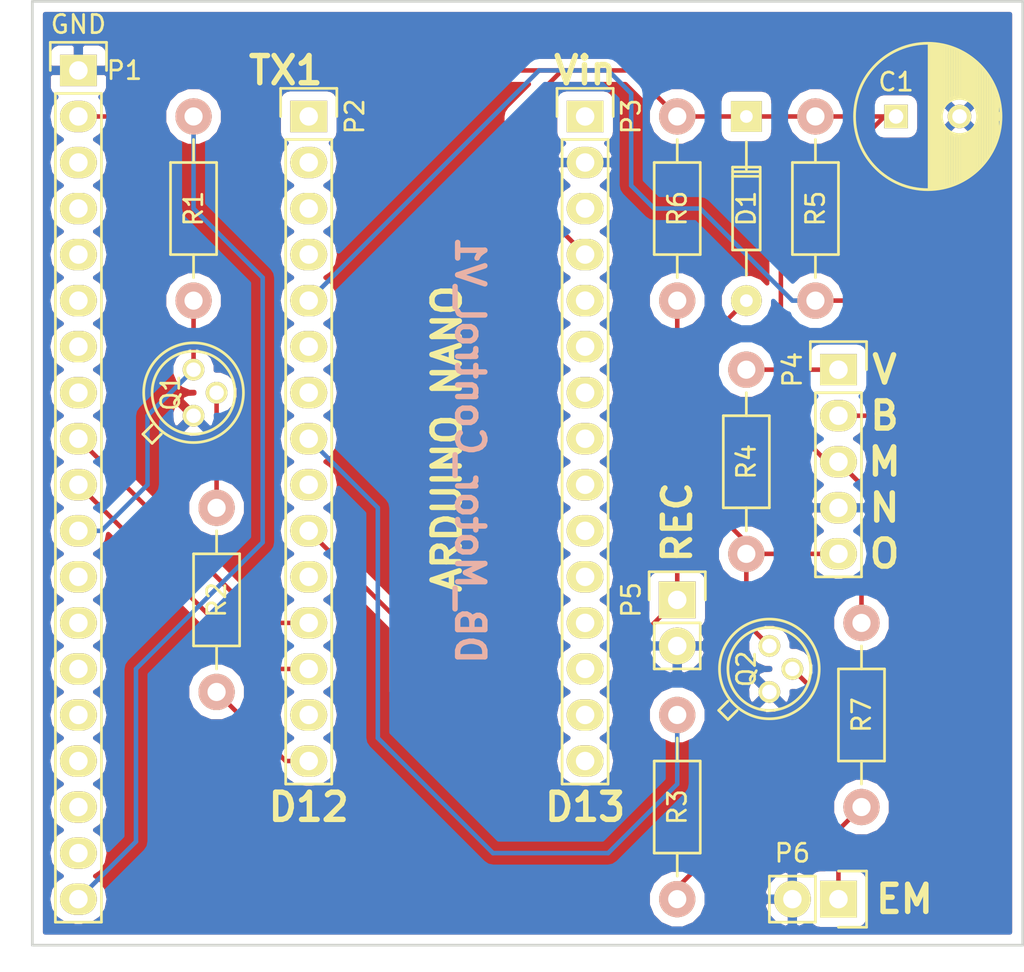
<source format=kicad_pcb>
(kicad_pcb (version 4) (host pcbnew 4.0.4+e1-6308~48~ubuntu16.04.1-stable)

  (general
    (links 33)
    (no_connects 0)
    (area 27.351667 72.314999 83.895001 126.17)
    (thickness 1.6)
    (drawings 17)
    (tracks 91)
    (zones 0)
    (modules 17)
    (nets 15)
  )

  (page A4)
  (layers
    (0 F.Cu signal)
    (31 B.Cu signal)
    (32 B.Adhes user)
    (33 F.Adhes user)
    (34 B.Paste user)
    (35 F.Paste user)
    (36 B.SilkS user)
    (37 F.SilkS user)
    (38 B.Mask user)
    (39 F.Mask user)
    (40 Dwgs.User user)
    (41 Cmts.User user)
    (42 Eco1.User user)
    (43 Eco2.User user)
    (44 Edge.Cuts user)
    (45 Margin user)
    (46 B.CrtYd user)
    (47 F.CrtYd user)
    (48 B.Fab user)
    (49 F.Fab user)
  )

  (setup
    (last_trace_width 0.25)
    (trace_clearance 0.2)
    (zone_clearance 0.508)
    (zone_45_only no)
    (trace_min 0.2)
    (segment_width 0.2)
    (edge_width 0.15)
    (via_size 0.6)
    (via_drill 0.4)
    (via_min_size 0.4)
    (via_min_drill 0.3)
    (uvia_size 0.3)
    (uvia_drill 0.1)
    (uvias_allowed no)
    (uvia_min_size 0.2)
    (uvia_min_drill 0.1)
    (pcb_text_width 0.3)
    (pcb_text_size 1.5 1.5)
    (mod_edge_width 0.15)
    (mod_text_size 1 1)
    (mod_text_width 0.15)
    (pad_size 1.524 1.524)
    (pad_drill 0.762)
    (pad_to_mask_clearance 0.2)
    (aux_axis_origin 0 0)
    (visible_elements 7FFFFFFF)
    (pcbplotparams
      (layerselection 0x010f0_80000001)
      (usegerberextensions true)
      (excludeedgelayer true)
      (linewidth 0.100000)
      (plotframeref false)
      (viasonmask false)
      (mode 1)
      (useauxorigin false)
      (hpglpennumber 1)
      (hpglpenspeed 20)
      (hpglpendiameter 15)
      (hpglpenoverlay 2)
      (psnegative false)
      (psa4output false)
      (plotreference true)
      (plotvalue true)
      (plotinvisibletext false)
      (padsonsilk false)
      (subtractmaskfromsilk false)
      (outputformat 1)
      (mirror false)
      (drillshape 0)
      (scaleselection 1)
      (outputdirectory ../gerber/))
  )

  (net 0 "")
  (net 1 "Net-(D1-Pad2)")
  (net 2 GND)
  (net 3 "Net-(P1-Pad9)")
  (net 4 "Net-(P1-Pad11)")
  (net 5 "Net-(P1-Pad19)")
  (net 6 "Net-(C1-Pad1)")
  (net 7 "Net-(Q1-Pad2)")
  (net 8 "Net-(P6-Pad1)")
  (net 9 "Net-(Q2-Pad2)")
  (net 10 "Net-(P2-Pad5)")
  (net 11 "Net-(P2-Pad8)")
  (net 12 "Net-(P2-Pad10)")
  (net 13 "Net-(P2-Pad15)")
  (net 14 "Net-(P1-Pad10)")

  (net_class Default "This is the default net class."
    (clearance 0.2)
    (trace_width 0.25)
    (via_dia 0.6)
    (via_drill 0.4)
    (uvia_dia 0.3)
    (uvia_drill 0.1)
    (add_net GND)
    (add_net "Net-(C1-Pad1)")
    (add_net "Net-(D1-Pad2)")
    (add_net "Net-(P1-Pad10)")
    (add_net "Net-(P1-Pad11)")
    (add_net "Net-(P1-Pad19)")
    (add_net "Net-(P1-Pad9)")
    (add_net "Net-(P2-Pad10)")
    (add_net "Net-(P2-Pad15)")
    (add_net "Net-(P2-Pad5)")
    (add_net "Net-(P2-Pad8)")
    (add_net "Net-(P6-Pad1)")
    (add_net "Net-(Q1-Pad2)")
    (add_net "Net-(Q2-Pad2)")
  )

  (module Echopen:Header_pin_angled_1x19 (layer F.Cu) (tedit 580DD9D2) (tstamp 57B30C57)
    (at 31.75 99.06)
    (descr "Through hole socket strip")
    (tags "socket strip")
    (path /57A888F8)
    (fp_text reference P1 (at 2.54 -22.86) (layer F.SilkS)
      (effects (font (size 1 1) (thickness 0.15)))
    )
    (fp_text value CONN_01X19 (at 0.635 26.035) (layer F.Fab)
      (effects (font (size 1 1) (thickness 0.15)))
    )
    (fp_text user GND (at 0 -25.4) (layer F.SilkS)
      (effects (font (size 1 1) (thickness 0.15)))
    )
    (fp_line (start 1.75 -24.61) (end -1.75 -24.61) (layer F.CrtYd) (width 0.05))
    (fp_line (start 1.75 24.64) (end -1.75 24.64) (layer F.CrtYd) (width 0.05))
    (fp_line (start 1.75 -24.61) (end 1.75 24.64) (layer F.CrtYd) (width 0.05))
    (fp_line (start -1.75 -24.61) (end -1.75 24.64) (layer F.CrtYd) (width 0.05))
    (fp_line (start -1.27 -21.59) (end -1.27 24.13) (layer F.SilkS) (width 0.15))
    (fp_line (start -1.27 24.13) (end 1.27 24.13) (layer F.SilkS) (width 0.15))
    (fp_line (start 1.27 24.13) (end 1.27 -21.59) (layer F.SilkS) (width 0.15))
    (fp_line (start -1.55 -24.41) (end -1.55 -22.86) (layer F.SilkS) (width 0.15))
    (fp_line (start -1.27 -21.59) (end 1.27 -21.59) (layer F.SilkS) (width 0.15))
    (fp_line (start 1.55 -22.86) (end 1.55 -24.41) (layer F.SilkS) (width 0.15))
    (fp_line (start 1.55 -24.41) (end -1.55 -24.41) (layer F.SilkS) (width 0.15))
    (pad 1 thru_hole rect (at 0 -22.86 270) (size 1.7272 2.032) (drill 1.016) (layers *.Cu *.Mask F.SilkS)
      (net 2 GND))
    (pad 2 thru_hole oval (at 0 -20.32 270) (size 1.7272 2.032) (drill 1.016) (layers *.Cu *.Mask F.SilkS)
      (net 6 "Net-(C1-Pad1)"))
    (pad 3 thru_hole oval (at 0 -17.78 270) (size 1.7272 2.032) (drill 1.016) (layers *.Cu *.Mask F.SilkS))
    (pad 4 thru_hole oval (at 0 -15.24 270) (size 1.7272 2.032) (drill 1.016) (layers *.Cu *.Mask F.SilkS))
    (pad 5 thru_hole oval (at 0 -12.7 270) (size 1.7272 2.032) (drill 1.016) (layers *.Cu *.Mask F.SilkS))
    (pad 6 thru_hole oval (at 0 -10.16 270) (size 1.7272 2.032) (drill 1.016) (layers *.Cu *.Mask F.SilkS))
    (pad 7 thru_hole oval (at 0 -7.62 270) (size 1.7272 2.032) (drill 1.016) (layers *.Cu *.Mask F.SilkS))
    (pad 8 thru_hole oval (at 0 -5.08 270) (size 1.7272 2.032) (drill 1.016) (layers *.Cu *.Mask F.SilkS))
    (pad 9 thru_hole oval (at 0 -2.54 270) (size 1.7272 2.032) (drill 1.016) (layers *.Cu *.Mask F.SilkS)
      (net 3 "Net-(P1-Pad9)"))
    (pad 10 thru_hole oval (at 0 0 270) (size 1.7272 2.032) (drill 1.016) (layers *.Cu *.Mask F.SilkS)
      (net 14 "Net-(P1-Pad10)"))
    (pad 11 thru_hole oval (at 0 2.54 270) (size 1.7272 2.032) (drill 1.016) (layers *.Cu *.Mask F.SilkS)
      (net 4 "Net-(P1-Pad11)"))
    (pad 12 thru_hole oval (at 0 5.08 270) (size 1.7272 2.032) (drill 1.016) (layers *.Cu *.Mask F.SilkS))
    (pad 13 thru_hole oval (at 0 7.62 270) (size 1.7272 2.032) (drill 1.016) (layers *.Cu *.Mask F.SilkS))
    (pad 14 thru_hole oval (at 0 10.16 270) (size 1.7272 2.032) (drill 1.016) (layers *.Cu *.Mask F.SilkS))
    (pad 15 thru_hole oval (at 0 12.7 270) (size 1.7272 2.032) (drill 1.016) (layers *.Cu *.Mask F.SilkS))
    (pad 16 thru_hole oval (at 0 15.24 270) (size 1.7272 2.032) (drill 1.016) (layers *.Cu *.Mask F.SilkS))
    (pad 17 thru_hole oval (at 0 17.78 270) (size 1.7272 2.032) (drill 1.016) (layers *.Cu *.Mask F.SilkS))
    (pad 18 thru_hole oval (at 0 20.32 270) (size 1.7272 2.032) (drill 1.016) (layers *.Cu *.Mask F.SilkS))
    (pad 19 thru_hole oval (at 0 22.86 270) (size 1.7272 2.032) (drill 1.016) (layers *.Cu *.Mask F.SilkS)
      (net 5 "Net-(P1-Pad19)"))
    (model Pin_Headers.3dshapes/Pin_Header_Angled_1x19.wrl
      (at (xyz 0 0 0))
      (scale (xyz 1 1 1))
      (rotate (xyz 0 0 -90))
    )
  )

  (module Echopen:Resistor_TH_common (layer F.Cu) (tedit 580DD939) (tstamp 57BD58E1)
    (at 72.39 88.9 90)
    (descr "Resistor, Axial,  RM 10mm, 1/3W")
    (tags "Resistor Axial RM 10mm 1/3W")
    (path /57A4F07A)
    (fp_text reference R5 (at 5.08 0 90) (layer F.SilkS)
      (effects (font (size 1 1) (thickness 0.15)))
    )
    (fp_text value 33k (at 5.08 1.905 90) (layer F.Fab)
      (effects (font (size 1 1) (thickness 0.15)))
    )
    (fp_line (start -1.25 -1.5) (end 11.4 -1.5) (layer F.CrtYd) (width 0.05))
    (fp_line (start -1.25 1.5) (end -1.25 -1.5) (layer F.CrtYd) (width 0.05))
    (fp_line (start 11.4 -1.5) (end 11.4 1.5) (layer F.CrtYd) (width 0.05))
    (fp_line (start -1.25 1.5) (end 11.4 1.5) (layer F.CrtYd) (width 0.05))
    (fp_line (start 2.54 -1.27) (end 7.62 -1.27) (layer F.SilkS) (width 0.15))
    (fp_line (start 7.62 -1.27) (end 7.62 1.27) (layer F.SilkS) (width 0.15))
    (fp_line (start 7.62 1.27) (end 2.54 1.27) (layer F.SilkS) (width 0.15))
    (fp_line (start 2.54 1.27) (end 2.54 -1.27) (layer F.SilkS) (width 0.15))
    (fp_line (start 2.54 0) (end 1.27 0) (layer F.SilkS) (width 0.15))
    (fp_line (start 7.62 0) (end 8.89 0) (layer F.SilkS) (width 0.15))
    (pad 1 thru_hole circle (at 0 0 90) (size 1.99898 1.99898) (drill 1.00076) (layers *.Cu *.SilkS *.Mask)
      (net 10 "Net-(P2-Pad5)"))
    (pad 2 thru_hole circle (at 10.16 0 90) (size 1.99898 1.99898) (drill 1.00076) (layers *.Cu *.SilkS *.Mask)
      (net 6 "Net-(C1-Pad1)"))
    (model Resistors_ThroughHole.3dshapes/Resistor_Horizontal_RM10mm.wrl
      (at (xyz 0.2 0 0))
      (scale (xyz 0.4 0.4 0.4))
      (rotate (xyz 0 0 0))
    )
  )

  (module Echopen:Resistor_TH_common (layer F.Cu) (tedit 580DD939) (tstamp 57BD58DC)
    (at 68.58 92.71 270)
    (descr "Resistor, Axial,  RM 10mm, 1/3W")
    (tags "Resistor Axial RM 10mm 1/3W")
    (path /57A4E68A)
    (fp_text reference R4 (at 5.08 0 270) (layer F.SilkS)
      (effects (font (size 1 1) (thickness 0.15)))
    )
    (fp_text value 1k (at 5.08 1.905 270) (layer F.Fab)
      (effects (font (size 1 1) (thickness 0.15)))
    )
    (fp_line (start -1.25 -1.5) (end 11.4 -1.5) (layer F.CrtYd) (width 0.05))
    (fp_line (start -1.25 1.5) (end -1.25 -1.5) (layer F.CrtYd) (width 0.05))
    (fp_line (start 11.4 -1.5) (end 11.4 1.5) (layer F.CrtYd) (width 0.05))
    (fp_line (start -1.25 1.5) (end 11.4 1.5) (layer F.CrtYd) (width 0.05))
    (fp_line (start 2.54 -1.27) (end 7.62 -1.27) (layer F.SilkS) (width 0.15))
    (fp_line (start 7.62 -1.27) (end 7.62 1.27) (layer F.SilkS) (width 0.15))
    (fp_line (start 7.62 1.27) (end 2.54 1.27) (layer F.SilkS) (width 0.15))
    (fp_line (start 2.54 1.27) (end 2.54 -1.27) (layer F.SilkS) (width 0.15))
    (fp_line (start 2.54 0) (end 1.27 0) (layer F.SilkS) (width 0.15))
    (fp_line (start 7.62 0) (end 8.89 0) (layer F.SilkS) (width 0.15))
    (pad 1 thru_hole circle (at 0 0 270) (size 1.99898 1.99898) (drill 1.00076) (layers *.Cu *.SilkS *.Mask)
      (net 6 "Net-(C1-Pad1)"))
    (pad 2 thru_hole circle (at 10.16 0 270) (size 1.99898 1.99898) (drill 1.00076) (layers *.Cu *.SilkS *.Mask)
      (net 1 "Net-(D1-Pad2)"))
    (model Resistors_ThroughHole.3dshapes/Resistor_Horizontal_RM10mm.wrl
      (at (xyz 0.2 0 0))
      (scale (xyz 0.4 0.4 0.4))
      (rotate (xyz 0 0 0))
    )
  )

  (module Echopen:Resistor_TH_common (layer F.Cu) (tedit 580DD939) (tstamp 57BD58D7)
    (at 64.77 121.92 90)
    (descr "Resistor, Axial,  RM 10mm, 1/3W")
    (tags "Resistor Axial RM 10mm 1/3W")
    (path /57A4E9C3)
    (fp_text reference R3 (at 5.08 0 90) (layer F.SilkS)
      (effects (font (size 1 1) (thickness 0.15)))
    )
    (fp_text value 680 (at 5.08 1.905 90) (layer F.Fab)
      (effects (font (size 1 1) (thickness 0.15)))
    )
    (fp_line (start -1.25 -1.5) (end 11.4 -1.5) (layer F.CrtYd) (width 0.05))
    (fp_line (start -1.25 1.5) (end -1.25 -1.5) (layer F.CrtYd) (width 0.05))
    (fp_line (start 11.4 -1.5) (end 11.4 1.5) (layer F.CrtYd) (width 0.05))
    (fp_line (start -1.25 1.5) (end 11.4 1.5) (layer F.CrtYd) (width 0.05))
    (fp_line (start 2.54 -1.27) (end 7.62 -1.27) (layer F.SilkS) (width 0.15))
    (fp_line (start 7.62 -1.27) (end 7.62 1.27) (layer F.SilkS) (width 0.15))
    (fp_line (start 7.62 1.27) (end 2.54 1.27) (layer F.SilkS) (width 0.15))
    (fp_line (start 2.54 1.27) (end 2.54 -1.27) (layer F.SilkS) (width 0.15))
    (fp_line (start 2.54 0) (end 1.27 0) (layer F.SilkS) (width 0.15))
    (fp_line (start 7.62 0) (end 8.89 0) (layer F.SilkS) (width 0.15))
    (pad 1 thru_hole circle (at 0 0 90) (size 1.99898 1.99898) (drill 1.00076) (layers *.Cu *.SilkS *.Mask)
      (net 9 "Net-(Q2-Pad2)"))
    (pad 2 thru_hole circle (at 10.16 0 90) (size 1.99898 1.99898) (drill 1.00076) (layers *.Cu *.SilkS *.Mask)
      (net 11 "Net-(P2-Pad8)"))
    (model Resistors_ThroughHole.3dshapes/Resistor_Horizontal_RM10mm.wrl
      (at (xyz 0.2 0 0))
      (scale (xyz 0.4 0.4 0.4))
      (rotate (xyz 0 0 0))
    )
  )

  (module Echopen:Resistor_TH_common (layer F.Cu) (tedit 580DD939) (tstamp 57BD58D2)
    (at 39.37 110.49 90)
    (descr "Resistor, Axial,  RM 10mm, 1/3W")
    (tags "Resistor Axial RM 10mm 1/3W")
    (path /57BC3C10)
    (fp_text reference R2 (at 5.08 0 90) (layer F.SilkS)
      (effects (font (size 1 1) (thickness 0.15)))
    )
    (fp_text value 1.5k (at 5.08 1.905 90) (layer F.Fab)
      (effects (font (size 1 1) (thickness 0.15)))
    )
    (fp_line (start -1.25 -1.5) (end 11.4 -1.5) (layer F.CrtYd) (width 0.05))
    (fp_line (start -1.25 1.5) (end -1.25 -1.5) (layer F.CrtYd) (width 0.05))
    (fp_line (start 11.4 -1.5) (end 11.4 1.5) (layer F.CrtYd) (width 0.05))
    (fp_line (start -1.25 1.5) (end 11.4 1.5) (layer F.CrtYd) (width 0.05))
    (fp_line (start 2.54 -1.27) (end 7.62 -1.27) (layer F.SilkS) (width 0.15))
    (fp_line (start 7.62 -1.27) (end 7.62 1.27) (layer F.SilkS) (width 0.15))
    (fp_line (start 7.62 1.27) (end 2.54 1.27) (layer F.SilkS) (width 0.15))
    (fp_line (start 2.54 1.27) (end 2.54 -1.27) (layer F.SilkS) (width 0.15))
    (fp_line (start 2.54 0) (end 1.27 0) (layer F.SilkS) (width 0.15))
    (fp_line (start 7.62 0) (end 8.89 0) (layer F.SilkS) (width 0.15))
    (pad 1 thru_hole circle (at 0 0 90) (size 1.99898 1.99898) (drill 1.00076) (layers *.Cu *.SilkS *.Mask)
      (net 13 "Net-(P2-Pad15)"))
    (pad 2 thru_hole circle (at 10.16 0 90) (size 1.99898 1.99898) (drill 1.00076) (layers *.Cu *.SilkS *.Mask)
      (net 7 "Net-(Q1-Pad2)"))
    (model Resistors_ThroughHole.3dshapes/Resistor_Horizontal_RM10mm.wrl
      (at (xyz 0.2 0 0))
      (scale (xyz 0.4 0.4 0.4))
      (rotate (xyz 0 0 0))
    )
  )

  (module Echopen:Resistor_TH_common (layer F.Cu) (tedit 580DD939) (tstamp 57BD58CD)
    (at 38.1 78.74 270)
    (descr "Resistor, Axial,  RM 10mm, 1/3W")
    (tags "Resistor Axial RM 10mm 1/3W")
    (path /57BC403F)
    (fp_text reference R1 (at 5.08 0 270) (layer F.SilkS)
      (effects (font (size 1 1) (thickness 0.15)))
    )
    (fp_text value 1.5k (at 5.08 1.905 270) (layer F.Fab)
      (effects (font (size 1 1) (thickness 0.15)))
    )
    (fp_line (start -1.25 -1.5) (end 11.4 -1.5) (layer F.CrtYd) (width 0.05))
    (fp_line (start -1.25 1.5) (end -1.25 -1.5) (layer F.CrtYd) (width 0.05))
    (fp_line (start 11.4 -1.5) (end 11.4 1.5) (layer F.CrtYd) (width 0.05))
    (fp_line (start -1.25 1.5) (end 11.4 1.5) (layer F.CrtYd) (width 0.05))
    (fp_line (start 2.54 -1.27) (end 7.62 -1.27) (layer F.SilkS) (width 0.15))
    (fp_line (start 7.62 -1.27) (end 7.62 1.27) (layer F.SilkS) (width 0.15))
    (fp_line (start 7.62 1.27) (end 2.54 1.27) (layer F.SilkS) (width 0.15))
    (fp_line (start 2.54 1.27) (end 2.54 -1.27) (layer F.SilkS) (width 0.15))
    (fp_line (start 2.54 0) (end 1.27 0) (layer F.SilkS) (width 0.15))
    (fp_line (start 7.62 0) (end 8.89 0) (layer F.SilkS) (width 0.15))
    (pad 1 thru_hole circle (at 0 0 270) (size 1.99898 1.99898) (drill 1.00076) (layers *.Cu *.SilkS *.Mask)
      (net 5 "Net-(P1-Pad19)"))
    (pad 2 thru_hole circle (at 10.16 0 270) (size 1.99898 1.99898) (drill 1.00076) (layers *.Cu *.SilkS *.Mask)
      (net 4 "Net-(P1-Pad11)"))
    (model Resistors_ThroughHole.3dshapes/Resistor_Horizontal_RM10mm.wrl
      (at (xyz 0.2 0 0))
      (scale (xyz 0.4 0.4 0.4))
      (rotate (xyz 0 0 0))
    )
  )

  (module Echopen:TO-18_TH_common (layer F.Cu) (tedit 580DD979) (tstamp 57BD58C7)
    (at 38.1 93.98 270)
    (descr "TO-18, 3Pin,")
    (tags "TO-18, 3Pin,")
    (path /57BC3CE5)
    (fp_text reference Q1 (at 0 1.27 270) (layer F.SilkS)
      (effects (font (size 1 1) (thickness 0.15)))
    )
    (fp_text value 2N2222 (at 0 3.175 270) (layer F.Fab)
      (effects (font (size 1 1) (thickness 0.15)))
    )
    (fp_line (start 2.794 2.286) (end 2.286 1.778) (layer F.SilkS) (width 0.15))
    (fp_line (start 1.778 2.286) (end 2.286 2.794) (layer F.SilkS) (width 0.15))
    (fp_line (start 2.286 2.794) (end 2.794 2.286) (layer F.SilkS) (width 0.15))
    (fp_circle (center 0 0) (end 2.286 0) (layer F.SilkS) (width 0.15))
    (fp_circle (center 0 0) (end 2.75 0) (layer F.SilkS) (width 0.15))
    (pad 1 thru_hole circle (at 1.27 0 270) (size 1.2 1.2) (drill 0.8) (layers *.Cu *.Mask F.SilkS)
      (net 2 GND))
    (pad 2 thru_hole circle (at 0 -1.27 270) (size 1.2 1.2) (drill 0.8) (layers *.Cu *.Mask F.SilkS)
      (net 7 "Net-(Q1-Pad2)"))
    (pad 3 thru_hole circle (at -1.27 0 270) (size 1.2 1.2) (drill 0.8) (layers *.Cu *.Mask F.SilkS)
      (net 4 "Net-(P1-Pad11)"))
    (model TO_SOT_Packages_THT.3dshapes/TO-18_3Pin.wrl
      (at (xyz 0 0 0))
      (scale (xyz 0.3937 0.3937 0.3937))
      (rotate (xyz 0 0 0))
    )
  )

  (module Socket_Strips:Socket_Strip_Straight_1x02 (layer F.Cu) (tedit 580DDABB) (tstamp 57BD58C2)
    (at 73.66 121.92 180)
    (descr "Through hole socket strip")
    (tags "socket strip")
    (path /57B30BB9)
    (fp_text reference P6 (at 2.54 2.54 180) (layer F.SilkS)
      (effects (font (size 1 1) (thickness 0.15)))
    )
    (fp_text value CONN_01X02 (at 0 -3.1 180) (layer F.Fab)
      (effects (font (size 1 1) (thickness 0.15)))
    )
    (fp_line (start -1.55 1.55) (end 0 1.55) (layer F.SilkS) (width 0.15))
    (fp_line (start 3.81 1.27) (end 1.27 1.27) (layer F.SilkS) (width 0.15))
    (fp_line (start -1.75 -1.75) (end -1.75 1.75) (layer F.CrtYd) (width 0.05))
    (fp_line (start 4.3 -1.75) (end 4.3 1.75) (layer F.CrtYd) (width 0.05))
    (fp_line (start -1.75 -1.75) (end 4.3 -1.75) (layer F.CrtYd) (width 0.05))
    (fp_line (start -1.75 1.75) (end 4.3 1.75) (layer F.CrtYd) (width 0.05))
    (fp_line (start 1.27 1.27) (end 1.27 -1.27) (layer F.SilkS) (width 0.15))
    (fp_line (start 0 -1.55) (end -1.55 -1.55) (layer F.SilkS) (width 0.15))
    (fp_line (start -1.55 -1.55) (end -1.55 1.55) (layer F.SilkS) (width 0.15))
    (fp_line (start 1.27 -1.27) (end 3.81 -1.27) (layer F.SilkS) (width 0.15))
    (fp_line (start 3.81 -1.27) (end 3.81 1.27) (layer F.SilkS) (width 0.15))
    (pad 1 thru_hole rect (at 0 0 180) (size 2.032 2.032) (drill 1.016) (layers *.Cu *.Mask F.SilkS)
      (net 8 "Net-(P6-Pad1)"))
    (pad 2 thru_hole oval (at 2.54 0 180) (size 2.032 2.032) (drill 1.016) (layers *.Cu *.Mask F.SilkS)
      (net 2 GND))
    (model Socket_Strips.3dshapes/Socket_Strip_Straight_1x02.wrl
      (at (xyz 0.05 0 0))
      (scale (xyz 1 1 1))
      (rotate (xyz 0 0 180))
    )
  )

  (module Socket_Strips:Socket_Strip_Straight_1x02 (layer F.Cu) (tedit 580DDAC1) (tstamp 57BD58BD)
    (at 64.77 105.41 270)
    (descr "Through hole socket strip")
    (tags "socket strip")
    (path /57B30B75)
    (fp_text reference P5 (at 0 2.54 270) (layer F.SilkS)
      (effects (font (size 1 1) (thickness 0.15)))
    )
    (fp_text value CONN_01X02 (at 0 -3.1 270) (layer F.Fab)
      (effects (font (size 1 1) (thickness 0.15)))
    )
    (fp_line (start -1.55 1.55) (end 0 1.55) (layer F.SilkS) (width 0.15))
    (fp_line (start 3.81 1.27) (end 1.27 1.27) (layer F.SilkS) (width 0.15))
    (fp_line (start -1.75 -1.75) (end -1.75 1.75) (layer F.CrtYd) (width 0.05))
    (fp_line (start 4.3 -1.75) (end 4.3 1.75) (layer F.CrtYd) (width 0.05))
    (fp_line (start -1.75 -1.75) (end 4.3 -1.75) (layer F.CrtYd) (width 0.05))
    (fp_line (start -1.75 1.75) (end 4.3 1.75) (layer F.CrtYd) (width 0.05))
    (fp_line (start 1.27 1.27) (end 1.27 -1.27) (layer F.SilkS) (width 0.15))
    (fp_line (start 0 -1.55) (end -1.55 -1.55) (layer F.SilkS) (width 0.15))
    (fp_line (start -1.55 -1.55) (end -1.55 1.55) (layer F.SilkS) (width 0.15))
    (fp_line (start 1.27 -1.27) (end 3.81 -1.27) (layer F.SilkS) (width 0.15))
    (fp_line (start 3.81 -1.27) (end 3.81 1.27) (layer F.SilkS) (width 0.15))
    (pad 1 thru_hole rect (at 0 0 270) (size 2.032 2.032) (drill 1.016) (layers *.Cu *.Mask F.SilkS)
      (net 12 "Net-(P2-Pad10)"))
    (pad 2 thru_hole oval (at 2.54 0 270) (size 2.032 2.032) (drill 1.016) (layers *.Cu *.Mask F.SilkS)
      (net 2 GND))
    (model Socket_Strips.3dshapes/Socket_Strip_Straight_1x02.wrl
      (at (xyz 0.05 0 0))
      (scale (xyz 1 1 1))
      (rotate (xyz 0 0 180))
    )
  )

  (module Socket_Strips:Socket_Strip_Straight_1x05 (layer F.Cu) (tedit 580DDB3B) (tstamp 57BD58B5)
    (at 73.66 92.71 270)
    (descr "Through hole socket strip")
    (tags "socket strip")
    (path /57A8880C)
    (fp_text reference P4 (at 0 2.54 270) (layer F.SilkS)
      (effects (font (size 1 1) (thickness 0.15)))
    )
    (fp_text value CONN_01X05 (at 0 -3.1 270) (layer F.Fab)
      (effects (font (size 1 1) (thickness 0.15)))
    )
    (fp_line (start -1.75 -1.75) (end -1.75 1.75) (layer F.CrtYd) (width 0.05))
    (fp_line (start 11.95 -1.75) (end 11.95 1.75) (layer F.CrtYd) (width 0.05))
    (fp_line (start -1.75 -1.75) (end 11.95 -1.75) (layer F.CrtYd) (width 0.05))
    (fp_line (start -1.75 1.75) (end 11.95 1.75) (layer F.CrtYd) (width 0.05))
    (fp_line (start 1.27 1.27) (end 11.43 1.27) (layer F.SilkS) (width 0.15))
    (fp_line (start 11.43 1.27) (end 11.43 -1.27) (layer F.SilkS) (width 0.15))
    (fp_line (start 11.43 -1.27) (end 1.27 -1.27) (layer F.SilkS) (width 0.15))
    (fp_line (start -1.55 1.55) (end 0 1.55) (layer F.SilkS) (width 0.15))
    (fp_line (start 1.27 1.27) (end 1.27 -1.27) (layer F.SilkS) (width 0.15))
    (fp_line (start 0 -1.55) (end -1.55 -1.55) (layer F.SilkS) (width 0.15))
    (fp_line (start -1.55 -1.55) (end -1.55 1.55) (layer F.SilkS) (width 0.15))
    (pad 1 thru_hole rect (at 0 0 270) (size 1.7272 2.032) (drill 1.016) (layers *.Cu *.Mask F.SilkS)
      (net 6 "Net-(C1-Pad1)"))
    (pad 2 thru_hole oval (at 2.54 0 270) (size 1.7272 2.032) (drill 1.016) (layers *.Cu *.Mask F.SilkS)
      (net 10 "Net-(P2-Pad5)"))
    (pad 3 thru_hole oval (at 5.08 0 270) (size 1.7272 2.032) (drill 1.016) (layers *.Cu *.Mask F.SilkS)
      (net 6 "Net-(C1-Pad1)"))
    (pad 4 thru_hole oval (at 7.62 0 270) (size 1.7272 2.032) (drill 1.016) (layers *.Cu *.Mask F.SilkS)
      (net 2 GND))
    (pad 5 thru_hole oval (at 10.16 0 270) (size 1.7272 2.032) (drill 1.016) (layers *.Cu *.Mask F.SilkS)
      (net 1 "Net-(D1-Pad2)"))
    (model Socket_Strips.3dshapes/Socket_Strip_Straight_1x05.wrl
      (at (xyz 0.2 0 0))
      (scale (xyz 1 1 1))
      (rotate (xyz 0 0 180))
    )
  )

  (module Socket_Strips:Socket_Strip_Straight_1x15 (layer F.Cu) (tedit 580DDB32) (tstamp 57BD58A3)
    (at 59.69 78.74 270)
    (descr "Through hole socket strip")
    (tags "socket strip")
    (path /57BC3067)
    (fp_text reference P3 (at 0 -2.54 270) (layer F.SilkS)
      (effects (font (size 1 1) (thickness 0.15)))
    )
    (fp_text value CONN_01X15 (at 0 -3.1 270) (layer F.Fab)
      (effects (font (size 1 1) (thickness 0.15)))
    )
    (fp_line (start -1.75 -1.75) (end -1.75 1.75) (layer F.CrtYd) (width 0.05))
    (fp_line (start 37.35 -1.75) (end 37.35 1.75) (layer F.CrtYd) (width 0.05))
    (fp_line (start -1.75 -1.75) (end 37.35 -1.75) (layer F.CrtYd) (width 0.05))
    (fp_line (start -1.75 1.75) (end 37.35 1.75) (layer F.CrtYd) (width 0.05))
    (fp_line (start 1.27 -1.27) (end 36.83 -1.27) (layer F.SilkS) (width 0.15))
    (fp_line (start 36.83 -1.27) (end 36.83 1.27) (layer F.SilkS) (width 0.15))
    (fp_line (start 36.83 1.27) (end 1.27 1.27) (layer F.SilkS) (width 0.15))
    (fp_line (start -1.55 1.55) (end 0 1.55) (layer F.SilkS) (width 0.15))
    (fp_line (start 1.27 1.27) (end 1.27 -1.27) (layer F.SilkS) (width 0.15))
    (fp_line (start 0 -1.55) (end -1.55 -1.55) (layer F.SilkS) (width 0.15))
    (fp_line (start -1.55 -1.55) (end -1.55 1.55) (layer F.SilkS) (width 0.15))
    (pad 1 thru_hole rect (at 0 0 270) (size 1.7272 2.032) (drill 1.016) (layers *.Cu *.Mask F.SilkS))
    (pad 2 thru_hole oval (at 2.54 0 270) (size 1.7272 2.032) (drill 1.016) (layers *.Cu *.Mask F.SilkS)
      (net 2 GND))
    (pad 3 thru_hole oval (at 5.08 0 270) (size 1.7272 2.032) (drill 1.016) (layers *.Cu *.Mask F.SilkS))
    (pad 4 thru_hole oval (at 7.62 0 270) (size 1.7272 2.032) (drill 1.016) (layers *.Cu *.Mask F.SilkS)
      (net 6 "Net-(C1-Pad1)"))
    (pad 5 thru_hole oval (at 10.16 0 270) (size 1.7272 2.032) (drill 1.016) (layers *.Cu *.Mask F.SilkS))
    (pad 6 thru_hole oval (at 12.7 0 270) (size 1.7272 2.032) (drill 1.016) (layers *.Cu *.Mask F.SilkS))
    (pad 7 thru_hole oval (at 15.24 0 270) (size 1.7272 2.032) (drill 1.016) (layers *.Cu *.Mask F.SilkS))
    (pad 8 thru_hole oval (at 17.78 0 270) (size 1.7272 2.032) (drill 1.016) (layers *.Cu *.Mask F.SilkS))
    (pad 9 thru_hole oval (at 20.32 0 270) (size 1.7272 2.032) (drill 1.016) (layers *.Cu *.Mask F.SilkS))
    (pad 10 thru_hole oval (at 22.86 0 270) (size 1.7272 2.032) (drill 1.016) (layers *.Cu *.Mask F.SilkS))
    (pad 11 thru_hole oval (at 25.4 0 270) (size 1.7272 2.032) (drill 1.016) (layers *.Cu *.Mask F.SilkS))
    (pad 12 thru_hole oval (at 27.94 0 270) (size 1.7272 2.032) (drill 1.016) (layers *.Cu *.Mask F.SilkS))
    (pad 13 thru_hole oval (at 30.48 0 270) (size 1.7272 2.032) (drill 1.016) (layers *.Cu *.Mask F.SilkS))
    (pad 14 thru_hole oval (at 33.02 0 270) (size 1.7272 2.032) (drill 1.016) (layers *.Cu *.Mask F.SilkS))
    (pad 15 thru_hole oval (at 35.56 0 270) (size 1.7272 2.032) (drill 1.016) (layers *.Cu *.Mask F.SilkS))
    (model Socket_Strips.3dshapes/Socket_Strip_Straight_1x15.wrl
      (at (xyz 0.7 0 0))
      (scale (xyz 1 1 1))
      (rotate (xyz 0 0 180))
    )
  )

  (module Socket_Strips:Socket_Strip_Straight_1x15 (layer F.Cu) (tedit 580DDB2A) (tstamp 57BD5891)
    (at 44.45 78.74 270)
    (descr "Through hole socket strip")
    (tags "socket strip")
    (path /57BC2D51)
    (fp_text reference P2 (at 0 -2.54 270) (layer F.SilkS)
      (effects (font (size 1 1) (thickness 0.15)))
    )
    (fp_text value CONN_01X15 (at 0 -3.1 270) (layer F.Fab)
      (effects (font (size 1 1) (thickness 0.15)))
    )
    (fp_line (start -1.75 -1.75) (end -1.75 1.75) (layer F.CrtYd) (width 0.05))
    (fp_line (start 37.35 -1.75) (end 37.35 1.75) (layer F.CrtYd) (width 0.05))
    (fp_line (start -1.75 -1.75) (end 37.35 -1.75) (layer F.CrtYd) (width 0.05))
    (fp_line (start -1.75 1.75) (end 37.35 1.75) (layer F.CrtYd) (width 0.05))
    (fp_line (start 1.27 -1.27) (end 36.83 -1.27) (layer F.SilkS) (width 0.15))
    (fp_line (start 36.83 -1.27) (end 36.83 1.27) (layer F.SilkS) (width 0.15))
    (fp_line (start 36.83 1.27) (end 1.27 1.27) (layer F.SilkS) (width 0.15))
    (fp_line (start -1.55 1.55) (end 0 1.55) (layer F.SilkS) (width 0.15))
    (fp_line (start 1.27 1.27) (end 1.27 -1.27) (layer F.SilkS) (width 0.15))
    (fp_line (start 0 -1.55) (end -1.55 -1.55) (layer F.SilkS) (width 0.15))
    (fp_line (start -1.55 -1.55) (end -1.55 1.55) (layer F.SilkS) (width 0.15))
    (pad 1 thru_hole rect (at 0 0 270) (size 1.7272 2.032) (drill 1.016) (layers *.Cu *.Mask F.SilkS))
    (pad 2 thru_hole oval (at 2.54 0 270) (size 1.7272 2.032) (drill 1.016) (layers *.Cu *.Mask F.SilkS))
    (pad 3 thru_hole oval (at 5.08 0 270) (size 1.7272 2.032) (drill 1.016) (layers *.Cu *.Mask F.SilkS))
    (pad 4 thru_hole oval (at 7.62 0 270) (size 1.7272 2.032) (drill 1.016) (layers *.Cu *.Mask F.SilkS))
    (pad 5 thru_hole oval (at 10.16 0 270) (size 1.7272 2.032) (drill 1.016) (layers *.Cu *.Mask F.SilkS)
      (net 10 "Net-(P2-Pad5)"))
    (pad 6 thru_hole oval (at 12.7 0 270) (size 1.7272 2.032) (drill 1.016) (layers *.Cu *.Mask F.SilkS))
    (pad 7 thru_hole oval (at 15.24 0 270) (size 1.7272 2.032) (drill 1.016) (layers *.Cu *.Mask F.SilkS))
    (pad 8 thru_hole oval (at 17.78 0 270) (size 1.7272 2.032) (drill 1.016) (layers *.Cu *.Mask F.SilkS)
      (net 11 "Net-(P2-Pad8)"))
    (pad 9 thru_hole oval (at 20.32 0 270) (size 1.7272 2.032) (drill 1.016) (layers *.Cu *.Mask F.SilkS))
    (pad 10 thru_hole oval (at 22.86 0 270) (size 1.7272 2.032) (drill 1.016) (layers *.Cu *.Mask F.SilkS)
      (net 12 "Net-(P2-Pad10)"))
    (pad 11 thru_hole oval (at 25.4 0 270) (size 1.7272 2.032) (drill 1.016) (layers *.Cu *.Mask F.SilkS))
    (pad 12 thru_hole oval (at 27.94 0 270) (size 1.7272 2.032) (drill 1.016) (layers *.Cu *.Mask F.SilkS)
      (net 3 "Net-(P1-Pad9)"))
    (pad 13 thru_hole oval (at 30.48 0 270) (size 1.7272 2.032) (drill 1.016) (layers *.Cu *.Mask F.SilkS)
      (net 14 "Net-(P1-Pad10)"))
    (pad 14 thru_hole oval (at 33.02 0 270) (size 1.7272 2.032) (drill 1.016) (layers *.Cu *.Mask F.SilkS))
    (pad 15 thru_hole oval (at 35.56 0 270) (size 1.7272 2.032) (drill 1.016) (layers *.Cu *.Mask F.SilkS)
      (net 13 "Net-(P2-Pad15)"))
    (model Socket_Strips.3dshapes/Socket_Strip_Straight_1x15.wrl
      (at (xyz 0.7 0 0))
      (scale (xyz 1 1 1))
      (rotate (xyz 0 0 180))
    )
  )

  (module Echopen:D_TH_common (layer F.Cu) (tedit 580DD903) (tstamp 57BD588C)
    (at 68.58 78.74 270)
    (descr "Diode, DO-35,  SOD27, Horizontal, RM 10mm")
    (tags "Diode, DO-35, SOD27, Horizontal, RM 10mm, 1N4148,")
    (path /57A4E6CD)
    (fp_text reference D1 (at 5.08 0 270) (layer F.SilkS)
      (effects (font (size 1 1) (thickness 0.15)))
    )
    (fp_text value 1N4001 (at 5.08 1.27 270) (layer F.Fab)
      (effects (font (size 1 1) (thickness 0.15)))
    )
    (fp_line (start 7.36652 -0.00254) (end 8.76352 -0.00254) (layer F.SilkS) (width 0.15))
    (fp_line (start 2.92152 -0.00254) (end 1.39752 -0.00254) (layer F.SilkS) (width 0.15))
    (fp_line (start 3.30252 -0.76454) (end 3.30252 0.75946) (layer F.SilkS) (width 0.15))
    (fp_line (start 3.04852 -0.76454) (end 3.04852 0.75946) (layer F.SilkS) (width 0.15))
    (fp_line (start 2.79452 -0.00254) (end 2.79452 0.75946) (layer F.SilkS) (width 0.15))
    (fp_line (start 2.79452 0.75946) (end 7.36652 0.75946) (layer F.SilkS) (width 0.15))
    (fp_line (start 7.36652 0.75946) (end 7.36652 -0.76454) (layer F.SilkS) (width 0.15))
    (fp_line (start 7.36652 -0.76454) (end 2.79452 -0.76454) (layer F.SilkS) (width 0.15))
    (fp_line (start 2.79452 -0.76454) (end 2.79452 -0.00254) (layer F.SilkS) (width 0.15))
    (pad 2 thru_hole circle (at 10.16052 -0.00254 90) (size 1.69926 1.69926) (drill 0.70104) (layers *.Cu *.Mask F.SilkS)
      (net 1 "Net-(D1-Pad2)"))
    (pad 1 thru_hole rect (at 0.00052 -0.00254 90) (size 1.69926 1.69926) (drill 0.70104) (layers *.Cu *.Mask F.SilkS)
      (net 6 "Net-(C1-Pad1)"))
    (model Diodes_ThroughHole.3dshapes/Diode_DO-35_SOD27_Horizontal_RM10.wrl
      (at (xyz 0.2 0 0))
      (scale (xyz 0.4 0.4 0.4))
      (rotate (xyz 0 0 180))
    )
  )

  (module Echopen:Resistor_TH_common (layer F.Cu) (tedit 580DD939) (tstamp 57BC457C)
    (at 74.93 106.68 270)
    (descr "Resistor, Axial,  RM 10mm, 1/3W")
    (tags "Resistor Axial RM 10mm 1/3W")
    (path /57A4ED4D)
    (fp_text reference R7 (at 5.08 0 270) (layer F.SilkS)
      (effects (font (size 1 1) (thickness 0.15)))
    )
    (fp_text value 330 (at 5.08 1.905 270) (layer F.Fab)
      (effects (font (size 1 1) (thickness 0.15)))
    )
    (fp_line (start -1.25 -1.5) (end 11.4 -1.5) (layer F.CrtYd) (width 0.05))
    (fp_line (start -1.25 1.5) (end -1.25 -1.5) (layer F.CrtYd) (width 0.05))
    (fp_line (start 11.4 -1.5) (end 11.4 1.5) (layer F.CrtYd) (width 0.05))
    (fp_line (start -1.25 1.5) (end 11.4 1.5) (layer F.CrtYd) (width 0.05))
    (fp_line (start 2.54 -1.27) (end 7.62 -1.27) (layer F.SilkS) (width 0.15))
    (fp_line (start 7.62 -1.27) (end 7.62 1.27) (layer F.SilkS) (width 0.15))
    (fp_line (start 7.62 1.27) (end 2.54 1.27) (layer F.SilkS) (width 0.15))
    (fp_line (start 2.54 1.27) (end 2.54 -1.27) (layer F.SilkS) (width 0.15))
    (fp_line (start 2.54 0) (end 1.27 0) (layer F.SilkS) (width 0.15))
    (fp_line (start 7.62 0) (end 8.89 0) (layer F.SilkS) (width 0.15))
    (pad 1 thru_hole circle (at 0 0 270) (size 1.99898 1.99898) (drill 1.00076) (layers *.Cu *.SilkS *.Mask)
      (net 6 "Net-(C1-Pad1)"))
    (pad 2 thru_hole circle (at 10.16 0 270) (size 1.99898 1.99898) (drill 1.00076) (layers *.Cu *.SilkS *.Mask)
      (net 8 "Net-(P6-Pad1)"))
    (model Resistors_ThroughHole.3dshapes/Resistor_Horizontal_RM10mm.wrl
      (at (xyz 0.2 0 0))
      (scale (xyz 0.4 0.4 0.4))
      (rotate (xyz 0 0 0))
    )
  )

  (module Echopen:Resistor_TH_common (layer F.Cu) (tedit 580DD939) (tstamp 57BC4576)
    (at 64.77 78.74 270)
    (descr "Resistor, Axial,  RM 10mm, 1/3W")
    (tags "Resistor Axial RM 10mm 1/3W")
    (path /57A4EDEF)
    (fp_text reference R6 (at 5.08 0 270) (layer F.SilkS)
      (effects (font (size 1 1) (thickness 0.15)))
    )
    (fp_text value 2.2k (at 5.08 1.905 270) (layer F.Fab)
      (effects (font (size 1 1) (thickness 0.15)))
    )
    (fp_line (start -1.25 -1.5) (end 11.4 -1.5) (layer F.CrtYd) (width 0.05))
    (fp_line (start -1.25 1.5) (end -1.25 -1.5) (layer F.CrtYd) (width 0.05))
    (fp_line (start 11.4 -1.5) (end 11.4 1.5) (layer F.CrtYd) (width 0.05))
    (fp_line (start -1.25 1.5) (end 11.4 1.5) (layer F.CrtYd) (width 0.05))
    (fp_line (start 2.54 -1.27) (end 7.62 -1.27) (layer F.SilkS) (width 0.15))
    (fp_line (start 7.62 -1.27) (end 7.62 1.27) (layer F.SilkS) (width 0.15))
    (fp_line (start 7.62 1.27) (end 2.54 1.27) (layer F.SilkS) (width 0.15))
    (fp_line (start 2.54 1.27) (end 2.54 -1.27) (layer F.SilkS) (width 0.15))
    (fp_line (start 2.54 0) (end 1.27 0) (layer F.SilkS) (width 0.15))
    (fp_line (start 7.62 0) (end 8.89 0) (layer F.SilkS) (width 0.15))
    (pad 1 thru_hole circle (at 0 0 270) (size 1.99898 1.99898) (drill 1.00076) (layers *.Cu *.SilkS *.Mask)
      (net 6 "Net-(C1-Pad1)"))
    (pad 2 thru_hole circle (at 10.16 0 270) (size 1.99898 1.99898) (drill 1.00076) (layers *.Cu *.SilkS *.Mask)
      (net 12 "Net-(P2-Pad10)"))
    (model Resistors_ThroughHole.3dshapes/Resistor_Horizontal_RM10mm.wrl
      (at (xyz 0.2 0 0))
      (scale (xyz 0.4 0.4 0.4))
      (rotate (xyz 0 0 0))
    )
  )

  (module Echopen:TO-18_TH_common (layer F.Cu) (tedit 580DD979) (tstamp 57BC4570)
    (at 69.85 109.22 270)
    (descr "TO-18, 3Pin,")
    (tags "TO-18, 3Pin,")
    (path /57B57B73)
    (fp_text reference Q2 (at 0 1.27 270) (layer F.SilkS)
      (effects (font (size 1 1) (thickness 0.15)))
    )
    (fp_text value 2N2222 (at 0 3.175 270) (layer F.Fab)
      (effects (font (size 1 1) (thickness 0.15)))
    )
    (fp_line (start 2.794 2.286) (end 2.286 1.778) (layer F.SilkS) (width 0.15))
    (fp_line (start 1.778 2.286) (end 2.286 2.794) (layer F.SilkS) (width 0.15))
    (fp_line (start 2.286 2.794) (end 2.794 2.286) (layer F.SilkS) (width 0.15))
    (fp_circle (center 0 0) (end 2.286 0) (layer F.SilkS) (width 0.15))
    (fp_circle (center 0 0) (end 2.75 0) (layer F.SilkS) (width 0.15))
    (pad 1 thru_hole circle (at 1.27 0 270) (size 1.2 1.2) (drill 0.8) (layers *.Cu *.Mask F.SilkS)
      (net 2 GND))
    (pad 2 thru_hole circle (at 0 -1.27 270) (size 1.2 1.2) (drill 0.8) (layers *.Cu *.Mask F.SilkS)
      (net 9 "Net-(Q2-Pad2)"))
    (pad 3 thru_hole circle (at -1.27 0 270) (size 1.2 1.2) (drill 0.8) (layers *.Cu *.Mask F.SilkS)
      (net 1 "Net-(D1-Pad2)"))
    (model TO_SOT_Packages_THT.3dshapes/TO-18_3Pin.wrl
      (at (xyz 0 0 0))
      (scale (xyz 0.3937 0.3937 0.3937))
      (rotate (xyz 0 0 0))
    )
  )

  (module Echopen:CP_TH_common (layer F.Cu) (tedit 580DD8BA) (tstamp 57B58177)
    (at 76.835 78.74)
    (descr "Radial Electrolytic Capacitor Diameter 8mm x Length 11.5mm, Pitch 3.5mm")
    (tags "Electrolytic Capacitor")
    (path /57B5754E)
    (fp_text reference C1 (at 0 -1.905) (layer F.SilkS)
      (effects (font (size 1 1) (thickness 0.15)))
    )
    (fp_text value 10u (at 1.27 1.905) (layer F.Fab)
      (effects (font (size 1 1) (thickness 0.15)))
    )
    (fp_line (start 1.825 -3.999) (end 1.825 3.999) (layer F.SilkS) (width 0.15))
    (fp_line (start 1.965 -3.994) (end 1.965 3.994) (layer F.SilkS) (width 0.15))
    (fp_line (start 2.105 -3.984) (end 2.105 3.984) (layer F.SilkS) (width 0.15))
    (fp_line (start 2.245 -3.969) (end 2.245 3.969) (layer F.SilkS) (width 0.15))
    (fp_line (start 2.385 -3.949) (end 2.385 3.949) (layer F.SilkS) (width 0.15))
    (fp_line (start 2.525 -3.924) (end 2.525 -0.222) (layer F.SilkS) (width 0.15))
    (fp_line (start 2.525 0.222) (end 2.525 3.924) (layer F.SilkS) (width 0.15))
    (fp_line (start 2.665 -3.894) (end 2.665 -0.55) (layer F.SilkS) (width 0.15))
    (fp_line (start 2.665 0.55) (end 2.665 3.894) (layer F.SilkS) (width 0.15))
    (fp_line (start 2.805 -3.858) (end 2.805 -0.719) (layer F.SilkS) (width 0.15))
    (fp_line (start 2.805 0.719) (end 2.805 3.858) (layer F.SilkS) (width 0.15))
    (fp_line (start 2.945 -3.817) (end 2.945 -0.832) (layer F.SilkS) (width 0.15))
    (fp_line (start 2.945 0.832) (end 2.945 3.817) (layer F.SilkS) (width 0.15))
    (fp_line (start 3.085 -3.771) (end 3.085 -0.91) (layer F.SilkS) (width 0.15))
    (fp_line (start 3.085 0.91) (end 3.085 3.771) (layer F.SilkS) (width 0.15))
    (fp_line (start 3.225 -3.718) (end 3.225 -0.961) (layer F.SilkS) (width 0.15))
    (fp_line (start 3.225 0.961) (end 3.225 3.718) (layer F.SilkS) (width 0.15))
    (fp_line (start 3.365 -3.659) (end 3.365 -0.991) (layer F.SilkS) (width 0.15))
    (fp_line (start 3.365 0.991) (end 3.365 3.659) (layer F.SilkS) (width 0.15))
    (fp_line (start 3.505 -3.594) (end 3.505 -1) (layer F.SilkS) (width 0.15))
    (fp_line (start 3.505 1) (end 3.505 3.594) (layer F.SilkS) (width 0.15))
    (fp_line (start 3.645 -3.523) (end 3.645 -0.989) (layer F.SilkS) (width 0.15))
    (fp_line (start 3.645 0.989) (end 3.645 3.523) (layer F.SilkS) (width 0.15))
    (fp_line (start 3.785 -3.444) (end 3.785 -0.959) (layer F.SilkS) (width 0.15))
    (fp_line (start 3.785 0.959) (end 3.785 3.444) (layer F.SilkS) (width 0.15))
    (fp_line (start 3.925 -3.357) (end 3.925 -0.905) (layer F.SilkS) (width 0.15))
    (fp_line (start 3.925 0.905) (end 3.925 3.357) (layer F.SilkS) (width 0.15))
    (fp_line (start 4.065 -3.262) (end 4.065 -0.825) (layer F.SilkS) (width 0.15))
    (fp_line (start 4.065 0.825) (end 4.065 3.262) (layer F.SilkS) (width 0.15))
    (fp_line (start 4.205 -3.158) (end 4.205 -0.709) (layer F.SilkS) (width 0.15))
    (fp_line (start 4.205 0.709) (end 4.205 3.158) (layer F.SilkS) (width 0.15))
    (fp_line (start 4.345 -3.044) (end 4.345 -0.535) (layer F.SilkS) (width 0.15))
    (fp_line (start 4.345 0.535) (end 4.345 3.044) (layer F.SilkS) (width 0.15))
    (fp_line (start 4.485 -2.919) (end 4.485 -0.173) (layer F.SilkS) (width 0.15))
    (fp_line (start 4.485 0.173) (end 4.485 2.919) (layer F.SilkS) (width 0.15))
    (fp_line (start 4.625 -2.781) (end 4.625 2.781) (layer F.SilkS) (width 0.15))
    (fp_line (start 4.765 -2.629) (end 4.765 2.629) (layer F.SilkS) (width 0.15))
    (fp_line (start 4.905 -2.459) (end 4.905 2.459) (layer F.SilkS) (width 0.15))
    (fp_line (start 5.045 -2.268) (end 5.045 2.268) (layer F.SilkS) (width 0.15))
    (fp_line (start 5.185 -2.05) (end 5.185 2.05) (layer F.SilkS) (width 0.15))
    (fp_line (start 5.325 -1.794) (end 5.325 1.794) (layer F.SilkS) (width 0.15))
    (fp_line (start 5.465 -1.483) (end 5.465 1.483) (layer F.SilkS) (width 0.15))
    (fp_line (start 5.605 -1.067) (end 5.605 1.067) (layer F.SilkS) (width 0.15))
    (fp_line (start 5.745 -0.2) (end 5.745 0.2) (layer F.SilkS) (width 0.15))
    (fp_circle (center 3.5 0) (end 3.5 -1) (layer F.SilkS) (width 0.15))
    (fp_circle (center 1.75 0) (end 1.75 -4.0375) (layer F.SilkS) (width 0.15))
    (fp_circle (center 1.75 0) (end 1.75 -4.3) (layer F.CrtYd) (width 0.05))
    (pad 2 thru_hole circle (at 3.5 0) (size 1.3 1.3) (drill 0.8) (layers *.Cu *.Mask F.SilkS)
      (net 2 GND))
    (pad 1 thru_hole rect (at 0 0) (size 1.3 1.3) (drill 0.8) (layers *.Cu *.Mask F.SilkS)
      (net 6 "Net-(C1-Pad1)"))
    (model Capacitors_ThroughHole.3dshapes/C_Radial_D8_L11.5_P3.5.wrl
      (at (xyz 0 0 0))
      (scale (xyz 1 1 1))
      (rotate (xyz 0 0 0))
    )
  )

  (gr_text DB_Motor_Control_V1 (at 53.34 97.155 270) (layer B.SilkS)
    (effects (font (size 1.5 1.5) (thickness 0.3)) (justify mirror))
  )
  (gr_line (start 29.21 124.46) (end 29.21 72.39) (angle 90) (layer Edge.Cuts) (width 0.15))
  (gr_line (start 83.82 124.46) (end 29.21 124.46) (angle 90) (layer Edge.Cuts) (width 0.15))
  (gr_line (start 83.82 72.39) (end 83.82 124.46) (angle 90) (layer Edge.Cuts) (width 0.15))
  (gr_line (start 29.21 72.39) (end 83.82 72.39) (angle 90) (layer Edge.Cuts) (width 0.15))
  (gr_text D13 (at 59.69 116.84) (layer F.SilkS)
    (effects (font (size 1.5 1.5) (thickness 0.3)))
  )
  (gr_text D12 (at 44.45 116.84) (layer F.SilkS)
    (effects (font (size 1.5 1.5) (thickness 0.3)))
  )
  (gr_text Vin (at 59.69 76.2) (layer F.SilkS)
    (effects (font (size 1.5 1.5) (thickness 0.3)))
  )
  (gr_text TX1 (at 43.18 76.2) (layer F.SilkS)
    (effects (font (size 1.5 1.5) (thickness 0.3)))
  )
  (gr_text "ARDUINO NANO" (at 52.07 96.52 90) (layer F.SilkS)
    (effects (font (size 1.5 1.5) (thickness 0.3)))
  )
  (gr_text O (at 76.2 102.87) (layer F.SilkS)
    (effects (font (size 1.5 1.5) (thickness 0.3)))
  )
  (gr_text N (at 76.2 100.33) (layer F.SilkS)
    (effects (font (size 1.5 1.5) (thickness 0.3)))
  )
  (gr_text M (at 76.2 97.79) (layer F.SilkS)
    (effects (font (size 1.5 1.5) (thickness 0.3)))
  )
  (gr_text B (at 76.2 95.25) (layer F.SilkS)
    (effects (font (size 1.5 1.5) (thickness 0.3)))
  )
  (gr_text V (at 76.2 92.71) (layer F.SilkS)
    (effects (font (size 1.5 1.5) (thickness 0.3)))
  )
  (gr_text REC (at 64.77 103.505 90) (layer F.SilkS)
    (effects (font (size 1.5 1.5) (thickness 0.3)) (justify left))
  )
  (gr_text EM (at 75.565 121.92) (layer F.SilkS)
    (effects (font (size 1.5 1.5) (thickness 0.3)) (justify left))
  )

  (segment (start 66.675 90.80806) (end 68.58254 88.90052) (width 0.25) (layer F.Cu) (net 1) (tstamp 57B58364) (status 20))
  (segment (start 68.58254 88.90052) (end 68.58254 88.90254) (width 0.25) (layer F.Cu) (net 1) (status 30))
  (segment (start 66.675 100.33) (end 66.675 90.80806) (width 0.25) (layer F.Cu) (net 1) (tstamp 57B58361))
  (segment (start 68.58 106.68) (end 69.85 107.95) (width 0.25) (layer F.Cu) (net 1) (tstamp 57B583B7) (status 20))
  (segment (start 68.58 102.87) (end 68.58 106.68) (width 0.25) (layer F.Cu) (net 1) (status 10))
  (segment (start 68.58 102.87) (end 68.58 102.235) (width 0.25) (layer F.Cu) (net 1) (status 30))
  (segment (start 68.58 102.235) (end 66.675 100.33) (width 0.25) (layer F.Cu) (net 1) (tstamp 57B5835E) (status 10))
  (segment (start 68.58 102.87) (end 73.66 102.87) (width 0.25) (layer F.Cu) (net 1) (status 20))
  (segment (start 69.85 110.49) (end 67.31 107.95) (width 0.25) (layer B.Cu) (net 2) (status 10))
  (segment (start 71.755 100.33) (end 73.66 100.33) (width 0.25) (layer B.Cu) (net 2) (tstamp 57B58418) (status 20))
  (segment (start 70.485 101.6) (end 71.755 100.33) (width 0.25) (layer B.Cu) (net 2) (tstamp 57B58416))
  (segment (start 70.485 104.14) (end 70.485 101.6) (width 0.25) (layer B.Cu) (net 2) (tstamp 57B58414))
  (segment (start 67.31 107.315) (end 70.485 104.14) (width 0.25) (layer B.Cu) (net 2) (tstamp 57B58413))
  (segment (start 67.31 107.95) (end 67.31 107.315) (width 0.25) (layer B.Cu) (net 2) (tstamp 57B5840F))
  (segment (start 44.45 106.68) (end 41.91 106.68) (width 0.25) (layer F.Cu) (net 3))
  (segment (start 41.91 106.68) (end 31.75 96.52) (width 0.25) (layer F.Cu) (net 3) (tstamp 57E3EF3B))
  (segment (start 35.56 95.25) (end 38.1 92.71) (width 0.25) (layer B.Cu) (net 4) (tstamp 57BC46DE) (status 20))
  (segment (start 35.56 99.06) (end 35.56 95.25) (width 0.25) (layer B.Cu) (net 4) (tstamp 57BC46DC))
  (segment (start 33.02 101.6) (end 35.56 99.06) (width 0.25) (layer B.Cu) (net 4) (tstamp 57BC46D9))
  (segment (start 31.75 101.6) (end 33.02 101.6) (width 0.25) (layer B.Cu) (net 4) (status 10))
  (segment (start 38.1 88.9) (end 38.1 92.71) (width 0.25) (layer F.Cu) (net 4) (status 30))
  (segment (start 34.925 118.745) (end 31.75 121.92) (width 0.25) (layer B.Cu) (net 5) (tstamp 57BC4EA8))
  (segment (start 34.925 109.22) (end 34.925 118.745) (width 0.25) (layer B.Cu) (net 5) (tstamp 57BC4EA6))
  (segment (start 41.91 102.235) (end 34.925 109.22) (width 0.25) (layer B.Cu) (net 5) (tstamp 57BC4EA4))
  (segment (start 41.91 87.63) (end 41.91 102.235) (width 0.25) (layer B.Cu) (net 5) (tstamp 57BC4EA2))
  (segment (start 38.1 83.82) (end 41.91 87.63) (width 0.25) (layer B.Cu) (net 5) (tstamp 57BC4E9E))
  (segment (start 38.1 78.74) (end 38.1 83.82) (width 0.25) (layer B.Cu) (net 5))
  (segment (start 70.485 92.71) (end 68.58 92.71) (width 0.25) (layer F.Cu) (net 6) (tstamp 57B5839A) (status 20))
  (segment (start 70.485 95.25) (end 70.485 92.71) (width 0.25) (layer F.Cu) (net 6) (tstamp 57B583E7))
  (segment (start 70.485 84.455) (end 70.485 92.71) (width 0.25) (layer F.Cu) (net 6) (tstamp 57B58395))
  (segment (start 73.025 97.79) (end 70.485 95.25) (width 0.25) (layer F.Cu) (net 6) (tstamp 57B583E5) (status 10))
  (segment (start 73.66 92.71) (end 70.485 92.71) (width 0.25) (layer F.Cu) (net 6) (status 10))
  (segment (start 73.66 97.79) (end 73.025 97.79) (width 0.25) (layer F.Cu) (net 6) (status 30))
  (segment (start 76.2 100.33) (end 73.66 97.79) (width 0.25) (layer F.Cu) (net 6) (tstamp 57B583E0) (status 20))
  (segment (start 76.2 103.505) (end 76.2 100.33) (width 0.25) (layer F.Cu) (net 6) (tstamp 57B583DE))
  (segment (start 74.93 104.775) (end 76.2 103.505) (width 0.25) (layer F.Cu) (net 6) (tstamp 57B583CF))
  (segment (start 31.75 78.74) (end 34.29 78.74) (width 0.25) (layer F.Cu) (net 6))
  (segment (start 36.83 76.2) (end 58.42 76.2) (width 0.25) (layer F.Cu) (net 6) (tstamp 57BC4EB0))
  (segment (start 34.29 78.74) (end 36.83 76.2) (width 0.25) (layer F.Cu) (net 6) (tstamp 57BC4EAC))
  (segment (start 55.88 78.74) (end 58.42 76.2) (width 0.25) (layer F.Cu) (net 6))
  (segment (start 62.23 76.2) (end 64.77 78.74) (width 0.25) (layer F.Cu) (net 6) (tstamp 57BC46C4) (status 20))
  (segment (start 58.42 76.2) (end 62.23 76.2) (width 0.25) (layer F.Cu) (net 6) (tstamp 57BC46C3))
  (segment (start 55.88 82.55) (end 59.69 86.36) (width 0.25) (layer F.Cu) (net 6) (tstamp 57BC46BF) (status 20))
  (segment (start 55.88 78.74) (end 55.88 82.55) (width 0.25) (layer F.Cu) (net 6) (tstamp 57BC46BD))
  (segment (start 76.835 78.74) (end 76.2 78.74) (width 0.25) (layer F.Cu) (net 6) (status 30))
  (segment (start 76.2 78.74) (end 70.485 84.455) (width 0.25) (layer F.Cu) (net 6) (tstamp 57B5838C) (status 10))
  (segment (start 68.58254 78.74052) (end 72.38948 78.74052) (width 0.25) (layer F.Cu) (net 6) (status 30))
  (segment (start 64.77 78.74) (end 68.58202 78.74) (width 0.25) (layer F.Cu) (net 6) (status 30))
  (segment (start 68.58202 78.74) (end 68.58254 78.74052) (width 0.25) (layer F.Cu) (net 6) (tstamp 57B57FA2) (status 30))
  (segment (start 68.58202 78.74) (end 68.58254 78.74052) (width 0.25) (layer F.Cu) (net 6) (tstamp 57B3111C) (status 30))
  (segment (start 74.93 106.68) (end 74.93 104.775) (width 0.25) (layer F.Cu) (net 6) (status 10))
  (segment (start 72.39 78.74) (end 76.835 78.74) (width 0.25) (layer F.Cu) (net 6) (status 30))
  (segment (start 72.38948 78.74052) (end 72.39 78.74) (width 0.25) (layer F.Cu) (net 6) (tstamp 57B57FA5) (status 30))
  (segment (start 72.38948 78.74052) (end 72.39 78.74) (width 0.25) (layer F.Cu) (net 6) (tstamp 57B3111F) (status 30))
  (segment (start 39.37 93.98) (end 39.37 100.33) (width 0.25) (layer F.Cu) (net 7) (status 30))
  (segment (start 73.66 118.11) (end 74.93 116.84) (width 0.25) (layer F.Cu) (net 8) (tstamp 57B583C4) (status 10))
  (segment (start 73.66 121.92) (end 73.66 118.11) (width 0.25) (layer F.Cu) (net 8) (status 10))
  (segment (start 64.77 121.92) (end 64.77 121.285) (width 0.25) (layer F.Cu) (net 9) (status 30))
  (segment (start 64.77 121.285) (end 72.39 113.665) (width 0.25) (layer F.Cu) (net 9) (tstamp 57B583BC) (status 10))
  (segment (start 72.39 113.665) (end 72.39 110.49) (width 0.25) (layer F.Cu) (net 9) (tstamp 57B583BE))
  (segment (start 72.39 110.49) (end 71.12 109.22) (width 0.25) (layer F.Cu) (net 9) (tstamp 57B583C0) (status 20))
  (segment (start 72.39 88.9) (end 71.12 88.9) (width 0.25) (layer B.Cu) (net 10) (status 10))
  (segment (start 71.12 88.9) (end 66.04 83.82) (width 0.25) (layer B.Cu) (net 10) (tstamp 57BC472B))
  (segment (start 72.39 88.9) (end 74.93 88.9) (width 0.25) (layer F.Cu) (net 10) (status 10))
  (segment (start 74.93 88.9) (end 76.2 90.17) (width 0.25) (layer F.Cu) (net 10) (tstamp 57B582D3))
  (segment (start 66.04 83.82) (end 63.5 83.82) (width 0.25) (layer B.Cu) (net 10) (tstamp 57BC4730))
  (segment (start 63.5 83.82) (end 62.23 82.55) (width 0.25) (layer B.Cu) (net 10) (tstamp 57BC4732))
  (segment (start 62.23 82.55) (end 62.23 77.47) (width 0.25) (layer B.Cu) (net 10) (tstamp 57BC4734))
  (segment (start 62.23 77.47) (end 60.96 76.2) (width 0.25) (layer B.Cu) (net 10) (tstamp 57BC4736))
  (segment (start 76.2 90.17) (end 76.2 95.25) (width 0.25) (layer F.Cu) (net 10) (tstamp 57B582D7))
  (segment (start 60.96 76.2) (end 57.15 76.2) (width 0.25) (layer B.Cu) (net 10) (tstamp 57BC4738))
  (segment (start 76.2 95.25) (end 73.66 95.25) (width 0.25) (layer F.Cu) (net 10) (tstamp 57B582DE) (status 20))
  (segment (start 57.15 76.2) (end 44.45 88.9) (width 0.25) (layer B.Cu) (net 10) (tstamp 57BC473A) (status 20))
  (segment (start 64.77 111.76) (end 64.77 115.57) (width 0.25) (layer B.Cu) (net 11) (status 10))
  (segment (start 64.77 115.57) (end 60.96 119.38) (width 0.25) (layer B.Cu) (net 11) (tstamp 57BC470C))
  (segment (start 60.96 119.38) (end 54.61 119.38) (width 0.25) (layer B.Cu) (net 11) (tstamp 57BC470D))
  (segment (start 54.61 119.38) (end 48.26 113.03) (width 0.25) (layer B.Cu) (net 11) (tstamp 57BC4710))
  (segment (start 48.26 113.03) (end 48.26 100.33) (width 0.25) (layer B.Cu) (net 11) (tstamp 57BC4712))
  (segment (start 48.26 100.33) (end 44.45 96.52) (width 0.25) (layer B.Cu) (net 11) (tstamp 57BC4714) (status 20))
  (segment (start 64.77 105.41) (end 64.77 88.9) (width 0.25) (layer F.Cu) (net 12) (status 30))
  (segment (start 64.77 105.41) (end 62.23 107.95) (width 0.25) (layer F.Cu) (net 12) (status 10))
  (segment (start 62.23 107.95) (end 62.23 115.57) (width 0.25) (layer F.Cu) (net 12) (tstamp 57BC46FC))
  (segment (start 62.23 115.57) (end 60.96 116.84) (width 0.25) (layer F.Cu) (net 12) (tstamp 57BC46FD))
  (segment (start 60.96 116.84) (end 55.88 116.84) (width 0.25) (layer F.Cu) (net 12) (tstamp 57BC46FF))
  (segment (start 55.88 116.84) (end 49.53 110.49) (width 0.25) (layer F.Cu) (net 12) (tstamp 57BC4700))
  (segment (start 49.53 110.49) (end 49.53 106.68) (width 0.25) (layer F.Cu) (net 12) (tstamp 57BC4703))
  (segment (start 49.53 106.68) (end 44.45 101.6) (width 0.25) (layer F.Cu) (net 12) (tstamp 57BC4706) (status 20))
  (segment (start 44.45 114.3) (end 43.18 114.3) (width 0.25) (layer F.Cu) (net 13))
  (segment (start 43.18 114.3) (end 39.37 110.49) (width 0.25) (layer F.Cu) (net 13) (tstamp 57E3EE4D))
  (segment (start 44.45 109.22) (end 41.91 109.22) (width 0.25) (layer F.Cu) (net 14))
  (segment (start 41.91 109.22) (end 31.75 99.06) (width 0.25) (layer F.Cu) (net 14) (tstamp 580DCD2E))

  (zone (net 2) (net_name GND) (layer F.Cu) (tstamp 57BD6242) (hatch edge 0.508)
    (connect_pads (clearance 0.508))
    (min_thickness 0.254)
    (fill yes (arc_segments 16) (thermal_gap 0.508) (thermal_bridge_width 0.508))
    (polygon
      (pts
        (xy 83.82 124.46) (xy 29.21 124.46) (xy 29.21 72.39) (xy 83.82 72.39)
      )
    )
    (filled_polygon
      (pts
        (xy 83.11 123.75) (xy 29.92 123.75) (xy 29.92 78.74) (xy 30.066655 78.74) (xy 30.180729 79.313489)
        (xy 30.505585 79.79967) (xy 30.820366 80.01) (xy 30.505585 80.22033) (xy 30.180729 80.706511) (xy 30.066655 81.28)
        (xy 30.180729 81.853489) (xy 30.505585 82.33967) (xy 30.820366 82.55) (xy 30.505585 82.76033) (xy 30.180729 83.246511)
        (xy 30.066655 83.82) (xy 30.180729 84.393489) (xy 30.505585 84.87967) (xy 30.820366 85.09) (xy 30.505585 85.30033)
        (xy 30.180729 85.786511) (xy 30.066655 86.36) (xy 30.180729 86.933489) (xy 30.505585 87.41967) (xy 30.820366 87.63)
        (xy 30.505585 87.84033) (xy 30.180729 88.326511) (xy 30.066655 88.9) (xy 30.180729 89.473489) (xy 30.505585 89.95967)
        (xy 30.820366 90.17) (xy 30.505585 90.38033) (xy 30.180729 90.866511) (xy 30.066655 91.44) (xy 30.180729 92.013489)
        (xy 30.505585 92.49967) (xy 30.820366 92.71) (xy 30.505585 92.92033) (xy 30.180729 93.406511) (xy 30.066655 93.98)
        (xy 30.180729 94.553489) (xy 30.505585 95.03967) (xy 30.820366 95.25) (xy 30.505585 95.46033) (xy 30.180729 95.946511)
        (xy 30.066655 96.52) (xy 30.180729 97.093489) (xy 30.505585 97.57967) (xy 30.820366 97.79) (xy 30.505585 98.00033)
        (xy 30.180729 98.486511) (xy 30.066655 99.06) (xy 30.180729 99.633489) (xy 30.505585 100.11967) (xy 30.820366 100.33)
        (xy 30.505585 100.54033) (xy 30.180729 101.026511) (xy 30.066655 101.6) (xy 30.180729 102.173489) (xy 30.505585 102.65967)
        (xy 30.820366 102.87) (xy 30.505585 103.08033) (xy 30.180729 103.566511) (xy 30.066655 104.14) (xy 30.180729 104.713489)
        (xy 30.505585 105.19967) (xy 30.820366 105.41) (xy 30.505585 105.62033) (xy 30.180729 106.106511) (xy 30.066655 106.68)
        (xy 30.180729 107.253489) (xy 30.505585 107.73967) (xy 30.820366 107.95) (xy 30.505585 108.16033) (xy 30.180729 108.646511)
        (xy 30.066655 109.22) (xy 30.180729 109.793489) (xy 30.505585 110.27967) (xy 30.820366 110.49) (xy 30.505585 110.70033)
        (xy 30.180729 111.186511) (xy 30.066655 111.76) (xy 30.180729 112.333489) (xy 30.505585 112.81967) (xy 30.820366 113.03)
        (xy 30.505585 113.24033) (xy 30.180729 113.726511) (xy 30.066655 114.3) (xy 30.180729 114.873489) (xy 30.505585 115.35967)
        (xy 30.820366 115.57) (xy 30.505585 115.78033) (xy 30.180729 116.266511) (xy 30.066655 116.84) (xy 30.180729 117.413489)
        (xy 30.505585 117.89967) (xy 30.820366 118.11) (xy 30.505585 118.32033) (xy 30.180729 118.806511) (xy 30.066655 119.38)
        (xy 30.180729 119.953489) (xy 30.505585 120.43967) (xy 30.820366 120.65) (xy 30.505585 120.86033) (xy 30.180729 121.346511)
        (xy 30.066655 121.92) (xy 30.180729 122.493489) (xy 30.505585 122.97967) (xy 30.991766 123.304526) (xy 31.565255 123.4186)
        (xy 31.934745 123.4186) (xy 32.508234 123.304526) (xy 32.994415 122.97967) (xy 33.319271 122.493489) (xy 33.433345 121.92)
        (xy 33.319271 121.346511) (xy 32.994415 120.86033) (xy 32.679634 120.65) (xy 32.994415 120.43967) (xy 33.319271 119.953489)
        (xy 33.433345 119.38) (xy 33.319271 118.806511) (xy 32.994415 118.32033) (xy 32.679634 118.11) (xy 32.994415 117.89967)
        (xy 33.319271 117.413489) (xy 33.433345 116.84) (xy 33.319271 116.266511) (xy 32.994415 115.78033) (xy 32.679634 115.57)
        (xy 32.994415 115.35967) (xy 33.319271 114.873489) (xy 33.433345 114.3) (xy 33.319271 113.726511) (xy 32.994415 113.24033)
        (xy 32.679634 113.03) (xy 32.994415 112.81967) (xy 33.319271 112.333489) (xy 33.433345 111.76) (xy 33.319271 111.186511)
        (xy 32.994415 110.70033) (xy 32.679634 110.49) (xy 32.994415 110.27967) (xy 33.319271 109.793489) (xy 33.433345 109.22)
        (xy 33.319271 108.646511) (xy 32.994415 108.16033) (xy 32.679634 107.95) (xy 32.994415 107.73967) (xy 33.319271 107.253489)
        (xy 33.433345 106.68) (xy 33.319271 106.106511) (xy 32.994415 105.62033) (xy 32.679634 105.41) (xy 32.994415 105.19967)
        (xy 33.319271 104.713489) (xy 33.433345 104.14) (xy 33.319271 103.566511) (xy 32.994415 103.08033) (xy 32.679634 102.87)
        (xy 32.994415 102.65967) (xy 33.319271 102.173489) (xy 33.397152 101.781954) (xy 41.372599 109.757401) (xy 41.619161 109.922148)
        (xy 41.91 109.98) (xy 43.005352 109.98) (xy 43.205585 110.27967) (xy 43.520366 110.49) (xy 43.205585 110.70033)
        (xy 42.880729 111.186511) (xy 42.766655 111.76) (xy 42.880729 112.333489) (xy 43.205585 112.81967) (xy 43.520366 113.03)
        (xy 43.205585 113.24033) (xy 43.201398 113.246596) (xy 40.935885 110.981083) (xy 41.004206 110.816547) (xy 41.004774 110.166306)
        (xy 40.756462 109.565345) (xy 40.297073 109.105154) (xy 39.696547 108.855794) (xy 39.046306 108.855226) (xy 38.445345 109.103538)
        (xy 37.985154 109.562927) (xy 37.735794 110.163453) (xy 37.735226 110.813694) (xy 37.983538 111.414655) (xy 38.442927 111.874846)
        (xy 39.043453 112.124206) (xy 39.693694 112.124774) (xy 39.860889 112.055691) (xy 42.642599 114.837401) (xy 42.889161 115.002148)
        (xy 42.978581 115.019935) (xy 43.205585 115.35967) (xy 43.691766 115.684526) (xy 44.265255 115.7986) (xy 44.634745 115.7986)
        (xy 45.208234 115.684526) (xy 45.694415 115.35967) (xy 46.019271 114.873489) (xy 46.133345 114.3) (xy 46.019271 113.726511)
        (xy 45.694415 113.24033) (xy 45.379634 113.03) (xy 45.694415 112.81967) (xy 46.019271 112.333489) (xy 46.133345 111.76)
        (xy 46.019271 111.186511) (xy 45.694415 110.70033) (xy 45.379634 110.49) (xy 45.694415 110.27967) (xy 46.019271 109.793489)
        (xy 46.133345 109.22) (xy 46.019271 108.646511) (xy 45.694415 108.16033) (xy 45.379634 107.95) (xy 45.694415 107.73967)
        (xy 46.019271 107.253489) (xy 46.133345 106.68) (xy 46.019271 106.106511) (xy 45.694415 105.62033) (xy 45.379634 105.41)
        (xy 45.694415 105.19967) (xy 46.019271 104.713489) (xy 46.097152 104.321954) (xy 48.77 106.994802) (xy 48.77 110.49)
        (xy 48.827852 110.780839) (xy 48.992599 111.027401) (xy 55.342599 117.377401) (xy 55.589161 117.542148) (xy 55.88 117.6)
        (xy 60.96 117.6) (xy 61.250839 117.542148) (xy 61.497401 117.377401) (xy 62.767401 116.107401) (xy 62.932148 115.86084)
        (xy 62.99 115.57) (xy 62.99 112.083694) (xy 63.135226 112.083694) (xy 63.383538 112.684655) (xy 63.842927 113.144846)
        (xy 64.443453 113.394206) (xy 65.093694 113.394774) (xy 65.694655 113.146462) (xy 66.154846 112.687073) (xy 66.404206 112.086547)
        (xy 66.404774 111.436306) (xy 66.370244 111.352735) (xy 69.16687 111.352735) (xy 69.216383 111.578164) (xy 69.681036 111.737807)
        (xy 70.171413 111.707482) (xy 70.483617 111.578164) (xy 70.53313 111.352735) (xy 69.85 110.669605) (xy 69.16687 111.352735)
        (xy 66.370244 111.352735) (xy 66.156462 110.835345) (xy 65.697073 110.375154) (xy 65.566743 110.321036) (xy 68.602193 110.321036)
        (xy 68.632518 110.811413) (xy 68.761836 111.123617) (xy 68.987265 111.17313) (xy 69.670395 110.49) (xy 68.987265 109.80687)
        (xy 68.761836 109.856383) (xy 68.602193 110.321036) (xy 65.566743 110.321036) (xy 65.096547 110.125794) (xy 64.446306 110.125226)
        (xy 63.845345 110.373538) (xy 63.385154 110.832927) (xy 63.135794 111.433453) (xy 63.135226 112.083694) (xy 62.99 112.083694)
        (xy 62.99 108.264802) (xy 63.1778 108.077002) (xy 63.282632 108.077002) (xy 63.164017 108.332946) (xy 63.432812 108.918379)
        (xy 63.905182 109.356385) (xy 64.387056 109.555975) (xy 64.643 109.436836) (xy 64.643 108.077) (xy 64.897 108.077)
        (xy 64.897 109.436836) (xy 65.152944 109.555975) (xy 65.634818 109.356385) (xy 66.107188 108.918379) (xy 66.375983 108.332946)
        (xy 66.257367 108.077) (xy 64.897 108.077) (xy 64.643 108.077) (xy 64.623 108.077) (xy 64.623 107.823)
        (xy 64.643 107.823) (xy 64.643 107.803) (xy 64.897 107.803) (xy 64.897 107.823) (xy 66.257367 107.823)
        (xy 66.375983 107.567054) (xy 66.107188 106.981621) (xy 66.102276 106.977066) (xy 66.237441 106.89009) (xy 66.382431 106.67789)
        (xy 66.43344 106.426) (xy 66.43344 104.394) (xy 66.389162 104.158683) (xy 66.25009 103.942559) (xy 66.03789 103.797569)
        (xy 65.786 103.74656) (xy 65.53 103.74656) (xy 65.53 90.354496) (xy 65.694655 90.286462) (xy 66.154846 89.827073)
        (xy 66.404206 89.226547) (xy 66.404774 88.576306) (xy 66.156462 87.975345) (xy 65.697073 87.515154) (xy 65.096547 87.265794)
        (xy 64.446306 87.265226) (xy 63.845345 87.513538) (xy 63.385154 87.972927) (xy 63.135794 88.573453) (xy 63.135226 89.223694)
        (xy 63.383538 89.824655) (xy 63.842927 90.284846) (xy 64.01 90.354221) (xy 64.01 103.74656) (xy 63.754 103.74656)
        (xy 63.518683 103.790838) (xy 63.302559 103.92991) (xy 63.157569 104.14211) (xy 63.10656 104.394) (xy 63.10656 105.998638)
        (xy 61.692599 107.412599) (xy 61.527852 107.659161) (xy 61.47 107.95) (xy 61.47 115.255198) (xy 60.645198 116.08)
        (xy 56.194802 116.08) (xy 50.29 110.175198) (xy 50.29 106.68) (xy 50.232148 106.389161) (xy 50.067401 106.142599)
        (xy 46.032381 102.107579) (xy 46.133345 101.6) (xy 46.019271 101.026511) (xy 45.694415 100.54033) (xy 45.379634 100.33)
        (xy 45.694415 100.11967) (xy 46.019271 99.633489) (xy 46.133345 99.06) (xy 46.019271 98.486511) (xy 45.694415 98.00033)
        (xy 45.379634 97.79) (xy 45.694415 97.57967) (xy 46.019271 97.093489) (xy 46.133345 96.52) (xy 46.019271 95.946511)
        (xy 45.694415 95.46033) (xy 45.379634 95.25) (xy 45.694415 95.03967) (xy 46.019271 94.553489) (xy 46.133345 93.98)
        (xy 46.019271 93.406511) (xy 45.694415 92.92033) (xy 45.379634 92.71) (xy 45.694415 92.49967) (xy 46.019271 92.013489)
        (xy 46.133345 91.44) (xy 46.019271 90.866511) (xy 45.694415 90.38033) (xy 45.379634 90.17) (xy 45.694415 89.95967)
        (xy 46.019271 89.473489) (xy 46.133345 88.9) (xy 46.019271 88.326511) (xy 45.694415 87.84033) (xy 45.379634 87.63)
        (xy 45.694415 87.41967) (xy 46.019271 86.933489) (xy 46.133345 86.36) (xy 46.019271 85.786511) (xy 45.694415 85.30033)
        (xy 45.379634 85.09) (xy 45.694415 84.87967) (xy 46.019271 84.393489) (xy 46.133345 83.82) (xy 46.019271 83.246511)
        (xy 45.694415 82.76033) (xy 45.379634 82.55) (xy 45.694415 82.33967) (xy 46.019271 81.853489) (xy 46.133345 81.28)
        (xy 46.019271 80.706511) (xy 45.694415 80.22033) (xy 45.680087 80.210757) (xy 45.701317 80.206762) (xy 45.917441 80.06769)
        (xy 46.062431 79.85549) (xy 46.11344 79.6036) (xy 46.11344 77.8764) (xy 46.069162 77.641083) (xy 45.93009 77.424959)
        (xy 45.71789 77.279969) (xy 45.466 77.22896) (xy 43.434 77.22896) (xy 43.198683 77.273238) (xy 42.982559 77.41231)
        (xy 42.837569 77.62451) (xy 42.78656 77.8764) (xy 42.78656 79.6036) (xy 42.830838 79.838917) (xy 42.96991 80.055041)
        (xy 43.18211 80.200031) (xy 43.223439 80.2084) (xy 43.205585 80.22033) (xy 42.880729 80.706511) (xy 42.766655 81.28)
        (xy 42.880729 81.853489) (xy 43.205585 82.33967) (xy 43.520366 82.55) (xy 43.205585 82.76033) (xy 42.880729 83.246511)
        (xy 42.766655 83.82) (xy 42.880729 84.393489) (xy 43.205585 84.87967) (xy 43.520366 85.09) (xy 43.205585 85.30033)
        (xy 42.880729 85.786511) (xy 42.766655 86.36) (xy 42.880729 86.933489) (xy 43.205585 87.41967) (xy 43.520366 87.63)
        (xy 43.205585 87.84033) (xy 42.880729 88.326511) (xy 42.766655 88.9) (xy 42.880729 89.473489) (xy 43.205585 89.95967)
        (xy 43.520366 90.17) (xy 43.205585 90.38033) (xy 42.880729 90.866511) (xy 42.766655 91.44) (xy 42.880729 92.013489)
        (xy 43.205585 92.49967) (xy 43.520366 92.71) (xy 43.205585 92.92033) (xy 42.880729 93.406511) (xy 42.766655 93.98)
        (xy 42.880729 94.553489) (xy 43.205585 95.03967) (xy 43.520366 95.25) (xy 43.205585 95.46033) (xy 42.880729 95.946511)
        (xy 42.766655 96.52) (xy 42.880729 97.093489) (xy 43.205585 97.57967) (xy 43.520366 97.79) (xy 43.205585 98.00033)
        (xy 42.880729 98.486511) (xy 42.766655 99.06) (xy 42.880729 99.633489) (xy 43.205585 100.11967) (xy 43.520366 100.33)
        (xy 43.205585 100.54033) (xy 42.880729 101.026511) (xy 42.766655 101.6) (xy 42.880729 102.173489) (xy 43.205585 102.65967)
        (xy 43.520366 102.87) (xy 43.205585 103.08033) (xy 42.880729 103.566511) (xy 42.766655 104.14) (xy 42.880729 104.713489)
        (xy 43.205585 105.19967) (xy 43.520366 105.41) (xy 43.205585 105.62033) (xy 43.005352 105.92) (xy 42.224802 105.92)
        (xy 33.332381 97.027579) (xy 33.433345 96.52) (xy 33.319271 95.946511) (xy 32.994415 95.46033) (xy 32.679634 95.25)
        (xy 32.932506 95.081036) (xy 36.852193 95.081036) (xy 36.882518 95.571413) (xy 37.011836 95.883617) (xy 37.237265 95.93313)
        (xy 37.920395 95.25) (xy 37.237265 94.56687) (xy 37.011836 94.616383) (xy 36.852193 95.081036) (xy 32.932506 95.081036)
        (xy 32.994415 95.03967) (xy 33.319271 94.553489) (xy 33.433345 93.98) (xy 33.319271 93.406511) (xy 32.994415 92.92033)
        (xy 32.679634 92.71) (xy 32.994415 92.49967) (xy 33.319271 92.013489) (xy 33.433345 91.44) (xy 33.319271 90.866511)
        (xy 32.994415 90.38033) (xy 32.679634 90.17) (xy 32.994415 89.95967) (xy 33.319271 89.473489) (xy 33.368958 89.223694)
        (xy 36.465226 89.223694) (xy 36.713538 89.824655) (xy 37.172927 90.284846) (xy 37.34 90.354221) (xy 37.34 91.723644)
        (xy 37.053629 92.009515) (xy 36.865215 92.463266) (xy 36.864786 92.954579) (xy 37.052408 93.408657) (xy 37.399515 93.756371)
        (xy 37.853266 93.944785) (xy 38.13503 93.945031) (xy 38.134973 94.010479) (xy 37.778587 94.032518) (xy 37.466383 94.161836)
        (xy 37.41687 94.387265) (xy 38.1 95.070395) (xy 38.114143 95.056253) (xy 38.293748 95.235858) (xy 38.279605 95.25)
        (xy 38.293748 95.264143) (xy 38.114143 95.443748) (xy 38.1 95.429605) (xy 37.41687 96.112735) (xy 37.466383 96.338164)
        (xy 37.931036 96.497807) (xy 38.421413 96.467482) (xy 38.61 96.389367) (xy 38.61 98.875504) (xy 38.445345 98.943538)
        (xy 37.985154 99.402927) (xy 37.735794 100.003453) (xy 37.735226 100.653694) (xy 37.983538 101.254655) (xy 38.442927 101.714846)
        (xy 39.043453 101.964206) (xy 39.693694 101.964774) (xy 40.294655 101.716462) (xy 40.754846 101.257073) (xy 41.004206 100.656547)
        (xy 41.004774 100.006306) (xy 40.756462 99.405345) (xy 40.297073 98.945154) (xy 40.13 98.875779) (xy 40.13 94.966356)
        (xy 40.416371 94.680485) (xy 40.604785 94.226734) (xy 40.605214 93.735421) (xy 40.417592 93.281343) (xy 40.070485 92.933629)
        (xy 39.616734 92.745215) (xy 39.33497 92.744969) (xy 39.335214 92.465421) (xy 39.147592 92.011343) (xy 38.86 91.723248)
        (xy 38.86 90.354496) (xy 39.024655 90.286462) (xy 39.484846 89.827073) (xy 39.734206 89.226547) (xy 39.734774 88.576306)
        (xy 39.486462 87.975345) (xy 39.027073 87.515154) (xy 38.426547 87.265794) (xy 37.776306 87.265226) (xy 37.175345 87.513538)
        (xy 36.715154 87.972927) (xy 36.465794 88.573453) (xy 36.465226 89.223694) (xy 33.368958 89.223694) (xy 33.433345 88.9)
        (xy 33.319271 88.326511) (xy 32.994415 87.84033) (xy 32.679634 87.63) (xy 32.994415 87.41967) (xy 33.319271 86.933489)
        (xy 33.433345 86.36) (xy 33.319271 85.786511) (xy 32.994415 85.30033) (xy 32.679634 85.09) (xy 32.994415 84.87967)
        (xy 33.319271 84.393489) (xy 33.433345 83.82) (xy 33.319271 83.246511) (xy 32.994415 82.76033) (xy 32.679634 82.55)
        (xy 32.994415 82.33967) (xy 33.319271 81.853489) (xy 33.433345 81.28) (xy 33.319271 80.706511) (xy 32.994415 80.22033)
        (xy 32.679634 80.01) (xy 32.994415 79.79967) (xy 33.194648 79.5) (xy 34.29 79.5) (xy 34.580839 79.442148)
        (xy 34.827401 79.277401) (xy 35.041108 79.063694) (xy 36.465226 79.063694) (xy 36.713538 79.664655) (xy 37.172927 80.124846)
        (xy 37.773453 80.374206) (xy 38.423694 80.374774) (xy 39.024655 80.126462) (xy 39.484846 79.667073) (xy 39.734206 79.066547)
        (xy 39.734774 78.416306) (xy 39.486462 77.815345) (xy 39.027073 77.355154) (xy 38.426547 77.105794) (xy 37.776306 77.105226)
        (xy 37.175345 77.353538) (xy 36.715154 77.812927) (xy 36.465794 78.413453) (xy 36.465226 79.063694) (xy 35.041108 79.063694)
        (xy 37.144802 76.96) (xy 56.585198 76.96) (xy 55.342599 78.202599) (xy 55.177852 78.449161) (xy 55.12 78.74)
        (xy 55.12 82.55) (xy 55.177852 82.840839) (xy 55.342599 83.087401) (xy 58.107619 85.852421) (xy 58.006655 86.36)
        (xy 58.120729 86.933489) (xy 58.445585 87.41967) (xy 58.760366 87.63) (xy 58.445585 87.84033) (xy 58.120729 88.326511)
        (xy 58.006655 88.9) (xy 58.120729 89.473489) (xy 58.445585 89.95967) (xy 58.760366 90.17) (xy 58.445585 90.38033)
        (xy 58.120729 90.866511) (xy 58.006655 91.44) (xy 58.120729 92.013489) (xy 58.445585 92.49967) (xy 58.760366 92.71)
        (xy 58.445585 92.92033) (xy 58.120729 93.406511) (xy 58.006655 93.98) (xy 58.120729 94.553489) (xy 58.445585 95.03967)
        (xy 58.760366 95.25) (xy 58.445585 95.46033) (xy 58.120729 95.946511) (xy 58.006655 96.52) (xy 58.120729 97.093489)
        (xy 58.445585 97.57967) (xy 58.760366 97.79) (xy 58.445585 98.00033) (xy 58.120729 98.486511) (xy 58.006655 99.06)
        (xy 58.120729 99.633489) (xy 58.445585 100.11967) (xy 58.760366 100.33) (xy 58.445585 100.54033) (xy 58.120729 101.026511)
        (xy 58.006655 101.6) (xy 58.120729 102.173489) (xy 58.445585 102.65967) (xy 58.760366 102.87) (xy 58.445585 103.08033)
        (xy 58.120729 103.566511) (xy 58.006655 104.14) (xy 58.120729 104.713489) (xy 58.445585 105.19967) (xy 58.760366 105.41)
        (xy 58.445585 105.62033) (xy 58.120729 106.106511) (xy 58.006655 106.68) (xy 58.120729 107.253489) (xy 58.445585 107.73967)
        (xy 58.760366 107.95) (xy 58.445585 108.16033) (xy 58.120729 108.646511) (xy 58.006655 109.22) (xy 58.120729 109.793489)
        (xy 58.445585 110.27967) (xy 58.760366 110.49) (xy 58.445585 110.70033) (xy 58.120729 111.186511) (xy 58.006655 111.76)
        (xy 58.120729 112.333489) (xy 58.445585 112.81967) (xy 58.760366 113.03) (xy 58.445585 113.24033) (xy 58.120729 113.726511)
        (xy 58.006655 114.3) (xy 58.120729 114.873489) (xy 58.445585 115.35967) (xy 58.931766 115.684526) (xy 59.505255 115.7986)
        (xy 59.874745 115.7986) (xy 60.448234 115.684526) (xy 60.934415 115.35967) (xy 61.259271 114.873489) (xy 61.373345 114.3)
        (xy 61.259271 113.726511) (xy 60.934415 113.24033) (xy 60.619634 113.03) (xy 60.934415 112.81967) (xy 61.259271 112.333489)
        (xy 61.373345 111.76) (xy 61.259271 111.186511) (xy 60.934415 110.70033) (xy 60.619634 110.49) (xy 60.934415 110.27967)
        (xy 61.259271 109.793489) (xy 61.373345 109.22) (xy 61.259271 108.646511) (xy 60.934415 108.16033) (xy 60.619634 107.95)
        (xy 60.934415 107.73967) (xy 61.259271 107.253489) (xy 61.373345 106.68) (xy 61.259271 106.106511) (xy 60.934415 105.62033)
        (xy 60.619634 105.41) (xy 60.934415 105.19967) (xy 61.259271 104.713489) (xy 61.373345 104.14) (xy 61.259271 103.566511)
        (xy 60.934415 103.08033) (xy 60.619634 102.87) (xy 60.934415 102.65967) (xy 61.259271 102.173489) (xy 61.373345 101.6)
        (xy 61.259271 101.026511) (xy 60.934415 100.54033) (xy 60.619634 100.33) (xy 60.934415 100.11967) (xy 61.259271 99.633489)
        (xy 61.373345 99.06) (xy 61.259271 98.486511) (xy 60.934415 98.00033) (xy 60.619634 97.79) (xy 60.934415 97.57967)
        (xy 61.259271 97.093489) (xy 61.373345 96.52) (xy 61.259271 95.946511) (xy 60.934415 95.46033) (xy 60.619634 95.25)
        (xy 60.934415 95.03967) (xy 61.259271 94.553489) (xy 61.373345 93.98) (xy 61.259271 93.406511) (xy 60.934415 92.92033)
        (xy 60.619634 92.71) (xy 60.934415 92.49967) (xy 61.259271 92.013489) (xy 61.373345 91.44) (xy 61.259271 90.866511)
        (xy 60.934415 90.38033) (xy 60.619634 90.17) (xy 60.934415 89.95967) (xy 61.259271 89.473489) (xy 61.373345 88.9)
        (xy 61.259271 88.326511) (xy 60.934415 87.84033) (xy 60.619634 87.63) (xy 60.934415 87.41967) (xy 61.259271 86.933489)
        (xy 61.373345 86.36) (xy 61.259271 85.786511) (xy 60.934415 85.30033) (xy 60.619634 85.09) (xy 60.934415 84.87967)
        (xy 61.259271 84.393489) (xy 61.373345 83.82) (xy 61.259271 83.246511) (xy 60.934415 82.76033) (xy 60.624931 82.553539)
        (xy 61.040732 82.182036) (xy 61.294709 81.654791) (xy 61.297358 81.639026) (xy 61.176217 81.407) (xy 59.817 81.407)
        (xy 59.817 81.427) (xy 59.563 81.427) (xy 59.563 81.407) (xy 58.203783 81.407) (xy 58.082642 81.639026)
        (xy 58.085291 81.654791) (xy 58.339268 82.182036) (xy 58.755069 82.553539) (xy 58.445585 82.76033) (xy 58.120729 83.246511)
        (xy 58.042848 83.638046) (xy 56.64 82.235198) (xy 56.64 79.054802) (xy 58.093267 77.601535) (xy 58.077569 77.62451)
        (xy 58.02656 77.8764) (xy 58.02656 79.6036) (xy 58.070838 79.838917) (xy 58.20991 80.055041) (xy 58.42211 80.200031)
        (xy 58.516927 80.219232) (xy 58.339268 80.377964) (xy 58.085291 80.905209) (xy 58.082642 80.920974) (xy 58.203783 81.153)
        (xy 59.563 81.153) (xy 59.563 81.133) (xy 59.817 81.133) (xy 59.817 81.153) (xy 61.176217 81.153)
        (xy 61.297358 80.920974) (xy 61.294709 80.905209) (xy 61.040732 80.377964) (xy 60.865155 80.221093) (xy 60.941317 80.206762)
        (xy 61.157441 80.06769) (xy 61.302431 79.85549) (xy 61.35344 79.6036) (xy 61.35344 77.8764) (xy 61.309162 77.641083)
        (xy 61.17009 77.424959) (xy 60.95789 77.279969) (xy 60.706 77.22896) (xy 58.674 77.22896) (xy 58.438683 77.273238)
        (xy 58.390666 77.304136) (xy 58.734802 76.96) (xy 61.915198 76.96) (xy 63.204115 78.248917) (xy 63.135794 78.413453)
        (xy 63.135226 79.063694) (xy 63.383538 79.664655) (xy 63.842927 80.124846) (xy 64.443453 80.374206) (xy 65.093694 80.374774)
        (xy 65.694655 80.126462) (xy 66.154846 79.667073) (xy 66.224221 79.5) (xy 67.08547 79.5) (xy 67.08547 79.59015)
        (xy 67.129748 79.825467) (xy 67.26882 80.041591) (xy 67.48102 80.186581) (xy 67.73291 80.23759) (xy 69.43217 80.23759)
        (xy 69.667487 80.193312) (xy 69.883611 80.05424) (xy 70.028601 79.84204) (xy 70.07961 79.59015) (xy 70.07961 79.50052)
        (xy 70.935719 79.50052) (xy 71.003538 79.664655) (xy 71.462927 80.124846) (xy 72.063453 80.374206) (xy 72.713694 80.374774)
        (xy 73.314655 80.126462) (xy 73.774846 79.667073) (xy 73.844221 79.5) (xy 74.365197 79.5) (xy 69.947599 83.917599)
        (xy 69.782852 84.164161) (xy 69.725 84.455) (xy 69.725 87.943557) (xy 69.424614 87.642646) (xy 68.879147 87.416148)
        (xy 68.288524 87.415632) (xy 67.742663 87.641178) (xy 67.324666 88.058446) (xy 67.098168 88.603913) (xy 67.097652 89.194536)
        (xy 67.131589 89.276669) (xy 66.137599 90.270659) (xy 65.972852 90.517221) (xy 65.915 90.80806) (xy 65.915 100.33)
        (xy 65.972852 100.620839) (xy 66.137599 100.867401) (xy 67.204147 101.933949) (xy 67.195154 101.942927) (xy 66.945794 102.543453)
        (xy 66.945226 103.193694) (xy 67.193538 103.794655) (xy 67.652927 104.254846) (xy 67.82 104.324221) (xy 67.82 106.68)
        (xy 67.877852 106.970839) (xy 68.042599 107.217401) (xy 68.615139 107.789941) (xy 68.614786 108.194579) (xy 68.802408 108.648657)
        (xy 69.149515 108.996371) (xy 69.603266 109.184785) (xy 69.88503 109.185031) (xy 69.884973 109.250479) (xy 69.528587 109.272518)
        (xy 69.216383 109.401836) (xy 69.16687 109.627265) (xy 69.85 110.310395) (xy 69.864143 110.296253) (xy 70.043748 110.475858)
        (xy 70.029605 110.49) (xy 70.712735 111.17313) (xy 70.938164 111.123617) (xy 71.097807 110.658964) (xy 71.085192 110.45497)
        (xy 71.280338 110.45514) (xy 71.63 110.804802) (xy 71.63 113.350198) (xy 64.694755 120.285443) (xy 64.446306 120.285226)
        (xy 63.845345 120.533538) (xy 63.385154 120.992927) (xy 63.135794 121.593453) (xy 63.135226 122.243694) (xy 63.383538 122.844655)
        (xy 63.842927 123.304846) (xy 64.443453 123.554206) (xy 65.093694 123.554774) (xy 65.694655 123.306462) (xy 66.154846 122.847073)
        (xy 66.380787 122.302944) (xy 69.514025 122.302944) (xy 69.713615 122.784818) (xy 70.151621 123.257188) (xy 70.737054 123.525983)
        (xy 70.993 123.407367) (xy 70.993 122.047) (xy 69.633164 122.047) (xy 69.514025 122.302944) (xy 66.380787 122.302944)
        (xy 66.404206 122.246547) (xy 66.404774 121.596306) (xy 66.380293 121.537056) (xy 69.514025 121.537056) (xy 69.633164 121.793)
        (xy 70.993 121.793) (xy 70.993 120.432633) (xy 71.247 120.432633) (xy 71.247 121.793) (xy 71.267 121.793)
        (xy 71.267 122.047) (xy 71.247 122.047) (xy 71.247 123.407367) (xy 71.502946 123.525983) (xy 72.088379 123.257188)
        (xy 72.092934 123.252276) (xy 72.17991 123.387441) (xy 72.39211 123.532431) (xy 72.644 123.58344) (xy 74.676 123.58344)
        (xy 74.911317 123.539162) (xy 75.127441 123.40009) (xy 75.272431 123.18789) (xy 75.32344 122.936) (xy 75.32344 120.904)
        (xy 75.279162 120.668683) (xy 75.14009 120.452559) (xy 74.92789 120.307569) (xy 74.676 120.25656) (xy 74.42 120.25656)
        (xy 74.42 118.424802) (xy 74.438917 118.405885) (xy 74.603453 118.474206) (xy 75.253694 118.474774) (xy 75.854655 118.226462)
        (xy 76.314846 117.767073) (xy 76.564206 117.166547) (xy 76.564774 116.516306) (xy 76.316462 115.915345) (xy 75.857073 115.455154)
        (xy 75.256547 115.205794) (xy 74.606306 115.205226) (xy 74.005345 115.453538) (xy 73.545154 115.912927) (xy 73.295794 116.513453)
        (xy 73.295226 117.163694) (xy 73.364309 117.330889) (xy 73.122599 117.572599) (xy 72.957852 117.819161) (xy 72.9 118.11)
        (xy 72.9 120.25656) (xy 72.644 120.25656) (xy 72.408683 120.300838) (xy 72.192559 120.43991) (xy 72.092144 120.586872)
        (xy 72.088379 120.582812) (xy 71.502946 120.314017) (xy 71.247 120.432633) (xy 70.993 120.432633) (xy 70.737054 120.314017)
        (xy 70.151621 120.582812) (xy 69.713615 121.055182) (xy 69.514025 121.537056) (xy 66.380293 121.537056) (xy 66.156462 120.995345)
        (xy 66.145469 120.984333) (xy 72.927401 114.202401) (xy 73.092148 113.95584) (xy 73.15 113.665) (xy 73.15 110.49)
        (xy 73.114274 110.310395) (xy 73.092148 110.19916) (xy 72.927401 109.952599) (xy 72.354861 109.380059) (xy 72.355214 108.975421)
        (xy 72.167592 108.521343) (xy 71.820485 108.173629) (xy 71.366734 107.985215) (xy 71.08497 107.984969) (xy 71.085214 107.705421)
        (xy 70.897592 107.251343) (xy 70.550485 106.903629) (xy 70.096734 106.715215) (xy 69.689662 106.71486) (xy 69.34 106.365198)
        (xy 69.34 104.324496) (xy 69.504655 104.256462) (xy 69.964846 103.797073) (xy 70.034221 103.63) (xy 72.215352 103.63)
        (xy 72.415585 103.92967) (xy 72.901766 104.254526) (xy 73.475255 104.3686) (xy 73.844745 104.3686) (xy 74.375626 104.263001)
        (xy 74.227852 104.484161) (xy 74.17 104.775) (xy 74.17 105.225504) (xy 74.005345 105.293538) (xy 73.545154 105.752927)
        (xy 73.295794 106.353453) (xy 73.295226 107.003694) (xy 73.543538 107.604655) (xy 74.002927 108.064846) (xy 74.603453 108.314206)
        (xy 75.253694 108.314774) (xy 75.854655 108.066462) (xy 76.314846 107.607073) (xy 76.564206 107.006547) (xy 76.564774 106.356306)
        (xy 76.316462 105.755345) (xy 75.857073 105.295154) (xy 75.69 105.225779) (xy 75.69 105.089802) (xy 76.737401 104.042401)
        (xy 76.902148 103.79584) (xy 76.96 103.505) (xy 76.96 100.33) (xy 76.902148 100.039161) (xy 76.902148 100.03916)
        (xy 76.737401 99.792599) (xy 75.242381 98.297579) (xy 75.343345 97.79) (xy 75.229271 97.216511) (xy 74.904415 96.73033)
        (xy 74.589634 96.52) (xy 74.904415 96.30967) (xy 75.104648 96.01) (xy 76.2 96.01) (xy 76.490839 95.952148)
        (xy 76.737401 95.787401) (xy 76.902148 95.540839) (xy 76.96 95.25) (xy 76.96 90.17) (xy 76.935744 90.04806)
        (xy 76.902148 89.87916) (xy 76.737401 89.632599) (xy 75.467401 88.362599) (xy 75.220839 88.197852) (xy 74.93 88.14)
        (xy 73.844496 88.14) (xy 73.776462 87.975345) (xy 73.317073 87.515154) (xy 72.716547 87.265794) (xy 72.066306 87.265226)
        (xy 71.465345 87.513538) (xy 71.245 87.733499) (xy 71.245 84.769802) (xy 76.01233 80.002473) (xy 76.185 80.03744)
        (xy 77.485 80.03744) (xy 77.720317 79.993162) (xy 77.936441 79.85409) (xy 78.081431 79.64189) (xy 78.082012 79.639016)
        (xy 79.61559 79.639016) (xy 79.671271 79.869611) (xy 80.154078 80.037622) (xy 80.664428 80.008083) (xy 80.998729 79.869611)
        (xy 81.05441 79.639016) (xy 80.335 78.919605) (xy 79.61559 79.639016) (xy 78.082012 79.639016) (xy 78.13244 79.39)
        (xy 78.13244 78.559078) (xy 79.037378 78.559078) (xy 79.066917 79.069428) (xy 79.205389 79.403729) (xy 79.435984 79.45941)
        (xy 80.155395 78.74) (xy 80.514605 78.74) (xy 81.234016 79.45941) (xy 81.464611 79.403729) (xy 81.632622 78.920922)
        (xy 81.603083 78.410572) (xy 81.464611 78.076271) (xy 81.234016 78.02059) (xy 80.514605 78.74) (xy 80.155395 78.74)
        (xy 79.435984 78.02059) (xy 79.205389 78.076271) (xy 79.037378 78.559078) (xy 78.13244 78.559078) (xy 78.13244 78.09)
        (xy 78.088162 77.854683) (xy 78.079347 77.840984) (xy 79.61559 77.840984) (xy 80.335 78.560395) (xy 81.05441 77.840984)
        (xy 80.998729 77.610389) (xy 80.515922 77.442378) (xy 80.005572 77.471917) (xy 79.671271 77.610389) (xy 79.61559 77.840984)
        (xy 78.079347 77.840984) (xy 77.94909 77.638559) (xy 77.73689 77.493569) (xy 77.485 77.44256) (xy 76.185 77.44256)
        (xy 75.949683 77.486838) (xy 75.733559 77.62591) (xy 75.588569 77.83811) (xy 75.559836 77.98) (xy 73.844496 77.98)
        (xy 73.776462 77.815345) (xy 73.317073 77.355154) (xy 72.716547 77.105794) (xy 72.066306 77.105226) (xy 71.465345 77.353538)
        (xy 71.005154 77.812927) (xy 70.935563 77.98052) (xy 70.07961 77.98052) (xy 70.07961 77.89089) (xy 70.035332 77.655573)
        (xy 69.89626 77.439449) (xy 69.68406 77.294459) (xy 69.43217 77.24345) (xy 67.73291 77.24345) (xy 67.497593 77.287728)
        (xy 67.281469 77.4268) (xy 67.136479 77.639) (xy 67.08547 77.89089) (xy 67.08547 77.98) (xy 66.224496 77.98)
        (xy 66.156462 77.815345) (xy 65.697073 77.355154) (xy 65.096547 77.105794) (xy 64.446306 77.105226) (xy 64.279111 77.174309)
        (xy 62.767401 75.662599) (xy 62.520839 75.497852) (xy 62.23 75.44) (xy 36.83 75.44) (xy 36.587414 75.488254)
        (xy 36.53916 75.497852) (xy 36.292599 75.662599) (xy 33.975198 77.98) (xy 33.194648 77.98) (xy 32.994415 77.68033)
        (xy 32.97222 77.6655) (xy 33.125699 77.601927) (xy 33.304327 77.423298) (xy 33.401 77.189909) (xy 33.401 76.48575)
        (xy 33.24225 76.327) (xy 31.877 76.327) (xy 31.877 76.347) (xy 31.623 76.347) (xy 31.623 76.327)
        (xy 30.25775 76.327) (xy 30.099 76.48575) (xy 30.099 77.189909) (xy 30.195673 77.423298) (xy 30.374301 77.601927)
        (xy 30.52778 77.6655) (xy 30.505585 77.68033) (xy 30.180729 78.166511) (xy 30.066655 78.74) (xy 29.92 78.74)
        (xy 29.92 75.210091) (xy 30.099 75.210091) (xy 30.099 75.91425) (xy 30.25775 76.073) (xy 31.623 76.073)
        (xy 31.623 74.86015) (xy 31.877 74.86015) (xy 31.877 76.073) (xy 33.24225 76.073) (xy 33.401 75.91425)
        (xy 33.401 75.210091) (xy 33.304327 74.976702) (xy 33.125699 74.798073) (xy 32.89231 74.7014) (xy 32.03575 74.7014)
        (xy 31.877 74.86015) (xy 31.623 74.86015) (xy 31.46425 74.7014) (xy 30.60769 74.7014) (xy 30.374301 74.798073)
        (xy 30.195673 74.976702) (xy 30.099 75.210091) (xy 29.92 75.210091) (xy 29.92 73.1) (xy 83.11 73.1)
      )
    )
    (filled_polygon
      (pts
        (xy 69.725 95.25) (xy 69.782852 95.540839) (xy 69.947599 95.787401) (xy 71.983224 97.823026) (xy 72.090729 98.363489)
        (xy 72.415585 98.84967) (xy 72.725069 99.056461) (xy 72.309268 99.427964) (xy 72.055291 99.955209) (xy 72.052642 99.970974)
        (xy 72.173783 100.203) (xy 73.533 100.203) (xy 73.533 100.183) (xy 73.787 100.183) (xy 73.787 100.203)
        (xy 73.807 100.203) (xy 73.807 100.457) (xy 73.787 100.457) (xy 73.787 100.477) (xy 73.533 100.477)
        (xy 73.533 100.457) (xy 72.173783 100.457) (xy 72.052642 100.689026) (xy 72.055291 100.704791) (xy 72.309268 101.232036)
        (xy 72.725069 101.603539) (xy 72.415585 101.81033) (xy 72.215352 102.11) (xy 70.034496 102.11) (xy 69.966462 101.945345)
        (xy 69.507073 101.485154) (xy 68.906547 101.235794) (xy 68.655377 101.235575) (xy 67.435 100.015198) (xy 67.435 93.876539)
        (xy 67.652927 94.094846) (xy 68.253453 94.344206) (xy 68.903694 94.344774) (xy 69.504655 94.096462) (xy 69.725 93.876501)
      )
    )
  )
  (zone (net 2) (net_name GND) (layer B.Cu) (tstamp 57BD6243) (hatch edge 0.508)
    (connect_pads (clearance 0.508))
    (min_thickness 0.254)
    (fill yes (arc_segments 16) (thermal_gap 0.508) (thermal_bridge_width 0.508))
    (polygon
      (pts
        (xy 83.82 124.46) (xy 29.21 124.46) (xy 29.21 72.39) (xy 83.82 72.39)
      )
    )
    (filled_polygon
      (pts
        (xy 83.11 123.75) (xy 29.92 123.75) (xy 29.92 78.74) (xy 30.066655 78.74) (xy 30.180729 79.313489)
        (xy 30.505585 79.79967) (xy 30.820366 80.01) (xy 30.505585 80.22033) (xy 30.180729 80.706511) (xy 30.066655 81.28)
        (xy 30.180729 81.853489) (xy 30.505585 82.33967) (xy 30.820366 82.55) (xy 30.505585 82.76033) (xy 30.180729 83.246511)
        (xy 30.066655 83.82) (xy 30.180729 84.393489) (xy 30.505585 84.87967) (xy 30.820366 85.09) (xy 30.505585 85.30033)
        (xy 30.180729 85.786511) (xy 30.066655 86.36) (xy 30.180729 86.933489) (xy 30.505585 87.41967) (xy 30.820366 87.63)
        (xy 30.505585 87.84033) (xy 30.180729 88.326511) (xy 30.066655 88.9) (xy 30.180729 89.473489) (xy 30.505585 89.95967)
        (xy 30.820366 90.17) (xy 30.505585 90.38033) (xy 30.180729 90.866511) (xy 30.066655 91.44) (xy 30.180729 92.013489)
        (xy 30.505585 92.49967) (xy 30.820366 92.71) (xy 30.505585 92.92033) (xy 30.180729 93.406511) (xy 30.066655 93.98)
        (xy 30.180729 94.553489) (xy 30.505585 95.03967) (xy 30.820366 95.25) (xy 30.505585 95.46033) (xy 30.180729 95.946511)
        (xy 30.066655 96.52) (xy 30.180729 97.093489) (xy 30.505585 97.57967) (xy 30.820366 97.79) (xy 30.505585 98.00033)
        (xy 30.180729 98.486511) (xy 30.066655 99.06) (xy 30.180729 99.633489) (xy 30.505585 100.11967) (xy 30.820366 100.33)
        (xy 30.505585 100.54033) (xy 30.180729 101.026511) (xy 30.066655 101.6) (xy 30.180729 102.173489) (xy 30.505585 102.65967)
        (xy 30.820366 102.87) (xy 30.505585 103.08033) (xy 30.180729 103.566511) (xy 30.066655 104.14) (xy 30.180729 104.713489)
        (xy 30.505585 105.19967) (xy 30.820366 105.41) (xy 30.505585 105.62033) (xy 30.180729 106.106511) (xy 30.066655 106.68)
        (xy 30.180729 107.253489) (xy 30.505585 107.73967) (xy 30.820366 107.95) (xy 30.505585 108.16033) (xy 30.180729 108.646511)
        (xy 30.066655 109.22) (xy 30.180729 109.793489) (xy 30.505585 110.27967) (xy 30.820366 110.49) (xy 30.505585 110.70033)
        (xy 30.180729 111.186511) (xy 30.066655 111.76) (xy 30.180729 112.333489) (xy 30.505585 112.81967) (xy 30.820366 113.03)
        (xy 30.505585 113.24033) (xy 30.180729 113.726511) (xy 30.066655 114.3) (xy 30.180729 114.873489) (xy 30.505585 115.35967)
        (xy 30.820366 115.57) (xy 30.505585 115.78033) (xy 30.180729 116.266511) (xy 30.066655 116.84) (xy 30.180729 117.413489)
        (xy 30.505585 117.89967) (xy 30.820366 118.11) (xy 30.505585 118.32033) (xy 30.180729 118.806511) (xy 30.066655 119.38)
        (xy 30.180729 119.953489) (xy 30.505585 120.43967) (xy 30.820366 120.65) (xy 30.505585 120.86033) (xy 30.180729 121.346511)
        (xy 30.066655 121.92) (xy 30.180729 122.493489) (xy 30.505585 122.97967) (xy 30.991766 123.304526) (xy 31.565255 123.4186)
        (xy 31.934745 123.4186) (xy 32.508234 123.304526) (xy 32.994415 122.97967) (xy 33.319271 122.493489) (xy 33.368958 122.243694)
        (xy 63.135226 122.243694) (xy 63.383538 122.844655) (xy 63.842927 123.304846) (xy 64.443453 123.554206) (xy 65.093694 123.554774)
        (xy 65.694655 123.306462) (xy 66.154846 122.847073) (xy 66.380787 122.302944) (xy 69.514025 122.302944) (xy 69.713615 122.784818)
        (xy 70.151621 123.257188) (xy 70.737054 123.525983) (xy 70.993 123.407367) (xy 70.993 122.047) (xy 69.633164 122.047)
        (xy 69.514025 122.302944) (xy 66.380787 122.302944) (xy 66.404206 122.246547) (xy 66.404774 121.596306) (xy 66.380293 121.537056)
        (xy 69.514025 121.537056) (xy 69.633164 121.793) (xy 70.993 121.793) (xy 70.993 120.432633) (xy 71.247 120.432633)
        (xy 71.247 121.793) (xy 71.267 121.793) (xy 71.267 122.047) (xy 71.247 122.047) (xy 71.247 123.407367)
        (xy 71.502946 123.525983) (xy 72.088379 123.257188) (xy 72.092934 123.252276) (xy 72.17991 123.387441) (xy 72.39211 123.532431)
        (xy 72.644 123.58344) (xy 74.676 123.58344) (xy 74.911317 123.539162) (xy 75.127441 123.40009) (xy 75.272431 123.18789)
        (xy 75.32344 122.936) (xy 75.32344 120.904) (xy 75.279162 120.668683) (xy 75.14009 120.452559) (xy 74.92789 120.307569)
        (xy 74.676 120.25656) (xy 72.644 120.25656) (xy 72.408683 120.300838) (xy 72.192559 120.43991) (xy 72.092144 120.586872)
        (xy 72.088379 120.582812) (xy 71.502946 120.314017) (xy 71.247 120.432633) (xy 70.993 120.432633) (xy 70.737054 120.314017)
        (xy 70.151621 120.582812) (xy 69.713615 121.055182) (xy 69.514025 121.537056) (xy 66.380293 121.537056) (xy 66.156462 120.995345)
        (xy 65.697073 120.535154) (xy 65.096547 120.285794) (xy 64.446306 120.285226) (xy 63.845345 120.533538) (xy 63.385154 120.992927)
        (xy 63.135794 121.593453) (xy 63.135226 122.243694) (xy 33.368958 122.243694) (xy 33.433345 121.92) (xy 33.332381 121.412421)
        (xy 35.462401 119.282401) (xy 35.627148 119.035839) (xy 35.685 118.745) (xy 35.685 110.813694) (xy 37.735226 110.813694)
        (xy 37.983538 111.414655) (xy 38.442927 111.874846) (xy 39.043453 112.124206) (xy 39.693694 112.124774) (xy 40.294655 111.876462)
        (xy 40.754846 111.417073) (xy 41.004206 110.816547) (xy 41.004774 110.166306) (xy 40.756462 109.565345) (xy 40.297073 109.105154)
        (xy 39.696547 108.855794) (xy 39.046306 108.855226) (xy 38.445345 109.103538) (xy 37.985154 109.562927) (xy 37.735794 110.163453)
        (xy 37.735226 110.813694) (xy 35.685 110.813694) (xy 35.685 109.534802) (xy 42.447401 102.772401) (xy 42.612148 102.525839)
        (xy 42.67 102.235) (xy 42.67 87.63) (xy 42.612148 87.339161) (xy 42.447401 87.092599) (xy 38.86 83.505198)
        (xy 38.86 81.28) (xy 42.766655 81.28) (xy 42.880729 81.853489) (xy 43.205585 82.33967) (xy 43.520366 82.55)
        (xy 43.205585 82.76033) (xy 42.880729 83.246511) (xy 42.766655 83.82) (xy 42.880729 84.393489) (xy 43.205585 84.87967)
        (xy 43.520366 85.09) (xy 43.205585 85.30033) (xy 42.880729 85.786511) (xy 42.766655 86.36) (xy 42.880729 86.933489)
        (xy 43.205585 87.41967) (xy 43.520366 87.63) (xy 43.205585 87.84033) (xy 42.880729 88.326511) (xy 42.766655 88.9)
        (xy 42.880729 89.473489) (xy 43.205585 89.95967) (xy 43.520366 90.17) (xy 43.205585 90.38033) (xy 42.880729 90.866511)
        (xy 42.766655 91.44) (xy 42.880729 92.013489) (xy 43.205585 92.49967) (xy 43.520366 92.71) (xy 43.205585 92.92033)
        (xy 42.880729 93.406511) (xy 42.766655 93.98) (xy 42.880729 94.553489) (xy 43.205585 95.03967) (xy 43.520366 95.25)
        (xy 43.205585 95.46033) (xy 42.880729 95.946511) (xy 42.766655 96.52) (xy 42.880729 97.093489) (xy 43.205585 97.57967)
        (xy 43.520366 97.79) (xy 43.205585 98.00033) (xy 42.880729 98.486511) (xy 42.766655 99.06) (xy 42.880729 99.633489)
        (xy 43.205585 100.11967) (xy 43.520366 100.33) (xy 43.205585 100.54033) (xy 42.880729 101.026511) (xy 42.766655 101.6)
        (xy 42.880729 102.173489) (xy 43.205585 102.65967) (xy 43.520366 102.87) (xy 43.205585 103.08033) (xy 42.880729 103.566511)
        (xy 42.766655 104.14) (xy 42.880729 104.713489) (xy 43.205585 105.19967) (xy 43.520366 105.41) (xy 43.205585 105.62033)
        (xy 42.880729 106.106511) (xy 42.766655 106.68) (xy 42.880729 107.253489) (xy 43.205585 107.73967) (xy 43.520366 107.95)
        (xy 43.205585 108.16033) (xy 42.880729 108.646511) (xy 42.766655 109.22) (xy 42.880729 109.793489) (xy 43.205585 110.27967)
        (xy 43.520366 110.49) (xy 43.205585 110.70033) (xy 42.880729 111.186511) (xy 42.766655 111.76) (xy 42.880729 112.333489)
        (xy 43.205585 112.81967) (xy 43.520366 113.03) (xy 43.205585 113.24033) (xy 42.880729 113.726511) (xy 42.766655 114.3)
        (xy 42.880729 114.873489) (xy 43.205585 115.35967) (xy 43.691766 115.684526) (xy 44.265255 115.7986) (xy 44.634745 115.7986)
        (xy 45.208234 115.684526) (xy 45.694415 115.35967) (xy 46.019271 114.873489) (xy 46.133345 114.3) (xy 46.019271 113.726511)
        (xy 45.694415 113.24033) (xy 45.379634 113.03) (xy 45.694415 112.81967) (xy 46.019271 112.333489) (xy 46.133345 111.76)
        (xy 46.019271 111.186511) (xy 45.694415 110.70033) (xy 45.379634 110.49) (xy 45.694415 110.27967) (xy 46.019271 109.793489)
        (xy 46.133345 109.22) (xy 46.019271 108.646511) (xy 45.694415 108.16033) (xy 45.379634 107.95) (xy 45.694415 107.73967)
        (xy 46.019271 107.253489) (xy 46.133345 106.68) (xy 46.019271 106.106511) (xy 45.694415 105.62033) (xy 45.379634 105.41)
        (xy 45.694415 105.19967) (xy 46.019271 104.713489) (xy 46.133345 104.14) (xy 46.019271 103.566511) (xy 45.694415 103.08033)
        (xy 45.379634 102.87) (xy 45.694415 102.65967) (xy 46.019271 102.173489) (xy 46.133345 101.6) (xy 46.019271 101.026511)
        (xy 45.694415 100.54033) (xy 45.379634 100.33) (xy 45.694415 100.11967) (xy 46.019271 99.633489) (xy 46.097152 99.241954)
        (xy 47.5 100.644802) (xy 47.5 113.03) (xy 47.557852 113.320839) (xy 47.722599 113.567401) (xy 54.072599 119.917401)
        (xy 54.319161 120.082148) (xy 54.61 120.14) (xy 60.96 120.14) (xy 61.250839 120.082148) (xy 61.497401 119.917401)
        (xy 64.251108 117.163694) (xy 73.295226 117.163694) (xy 73.543538 117.764655) (xy 74.002927 118.224846) (xy 74.603453 118.474206)
        (xy 75.253694 118.474774) (xy 75.854655 118.226462) (xy 76.314846 117.767073) (xy 76.564206 117.166547) (xy 76.564774 116.516306)
        (xy 76.316462 115.915345) (xy 75.857073 115.455154) (xy 75.256547 115.205794) (xy 74.606306 115.205226) (xy 74.005345 115.453538)
        (xy 73.545154 115.912927) (xy 73.295794 116.513453) (xy 73.295226 117.163694) (xy 64.251108 117.163694) (xy 65.307401 116.107401)
        (xy 65.472148 115.860839) (xy 65.53 115.57) (xy 65.53 113.214496) (xy 65.694655 113.146462) (xy 66.154846 112.687073)
        (xy 66.404206 112.086547) (xy 66.404774 111.436306) (xy 66.370244 111.352735) (xy 69.16687 111.352735) (xy 69.216383 111.578164)
        (xy 69.681036 111.737807) (xy 70.171413 111.707482) (xy 70.483617 111.578164) (xy 70.53313 111.352735) (xy 69.85 110.669605)
        (xy 69.16687 111.352735) (xy 66.370244 111.352735) (xy 66.156462 110.835345) (xy 65.697073 110.375154) (xy 65.566743 110.321036)
        (xy 68.602193 110.321036) (xy 68.632518 110.811413) (xy 68.761836 111.123617) (xy 68.987265 111.17313) (xy 69.670395 110.49)
        (xy 68.987265 109.80687) (xy 68.761836 109.856383) (xy 68.602193 110.321036) (xy 65.566743 110.321036) (xy 65.096547 110.125794)
        (xy 64.446306 110.125226) (xy 63.845345 110.373538) (xy 63.385154 110.832927) (xy 63.135794 111.433453) (xy 63.135226 112.083694)
        (xy 63.383538 112.684655) (xy 63.842927 113.144846) (xy 64.01 113.214221) (xy 64.01 115.255198) (xy 60.645198 118.62)
        (xy 54.924802 118.62) (xy 49.02 112.715198) (xy 49.02 100.33) (xy 48.962148 100.039161) (xy 48.797401 99.792599)
        (xy 46.032381 97.027579) (xy 46.133345 96.52) (xy 46.019271 95.946511) (xy 45.694415 95.46033) (xy 45.379634 95.25)
        (xy 45.694415 95.03967) (xy 46.019271 94.553489) (xy 46.133345 93.98) (xy 46.019271 93.406511) (xy 45.694415 92.92033)
        (xy 45.379634 92.71) (xy 45.694415 92.49967) (xy 46.019271 92.013489) (xy 46.133345 91.44) (xy 46.019271 90.866511)
        (xy 45.694415 90.38033) (xy 45.379634 90.17) (xy 45.694415 89.95967) (xy 46.019271 89.473489) (xy 46.133345 88.9)
        (xy 46.032381 88.392421) (xy 50.604802 83.82) (xy 58.006655 83.82) (xy 58.120729 84.393489) (xy 58.445585 84.87967)
        (xy 58.760366 85.09) (xy 58.445585 85.30033) (xy 58.120729 85.786511) (xy 58.006655 86.36) (xy 58.120729 86.933489)
        (xy 58.445585 87.41967) (xy 58.760366 87.63) (xy 58.445585 87.84033) (xy 58.120729 88.326511) (xy 58.006655 88.9)
        (xy 58.120729 89.473489) (xy 58.445585 89.95967) (xy 58.760366 90.17) (xy 58.445585 90.38033) (xy 58.120729 90.866511)
        (xy 58.006655 91.44) (xy 58.120729 92.013489) (xy 58.445585 92.49967) (xy 58.760366 92.71) (xy 58.445585 92.92033)
        (xy 58.120729 93.406511) (xy 58.006655 93.98) (xy 58.120729 94.553489) (xy 58.445585 95.03967) (xy 58.760366 95.25)
        (xy 58.445585 95.46033) (xy 58.120729 95.946511) (xy 58.006655 96.52) (xy 58.120729 97.093489) (xy 58.445585 97.57967)
        (xy 58.760366 97.79) (xy 58.445585 98.00033) (xy 58.120729 98.486511) (xy 58.006655 99.06) (xy 58.120729 99.633489)
        (xy 58.445585 100.11967) (xy 58.760366 100.33) (xy 58.445585 100.54033) (xy 58.120729 101.026511) (xy 58.006655 101.6)
        (xy 58.120729 102.173489) (xy 58.445585 102.65967) (xy 58.760366 102.87) (xy 58.445585 103.08033) (xy 58.120729 103.566511)
        (xy 58.006655 104.14) (xy 58.120729 104.713489) (xy 58.445585 105.19967) (xy 58.760366 105.41) (xy 58.445585 105.62033)
        (xy 58.120729 106.106511) (xy 58.006655 106.68) (xy 58.120729 107.253489) (xy 58.445585 107.73967) (xy 58.760366 107.95)
        (xy 58.445585 108.16033) (xy 58.120729 108.646511) (xy 58.006655 109.22) (xy 58.120729 109.793489) (xy 58.445585 110.27967)
        (xy 58.760366 110.49) (xy 58.445585 110.70033) (xy 58.120729 111.186511) (xy 58.006655 111.76) (xy 58.120729 112.333489)
        (xy 58.445585 112.81967) (xy 58.760366 113.03) (xy 58.445585 113.24033) (xy 58.120729 113.726511) (xy 58.006655 114.3)
        (xy 58.120729 114.873489) (xy 58.445585 115.35967) (xy 58.931766 115.684526) (xy 59.505255 115.7986) (xy 59.874745 115.7986)
        (xy 60.448234 115.684526) (xy 60.934415 115.35967) (xy 61.259271 114.873489) (xy 61.373345 114.3) (xy 61.259271 113.726511)
        (xy 60.934415 113.24033) (xy 60.619634 113.03) (xy 60.934415 112.81967) (xy 61.259271 112.333489) (xy 61.373345 111.76)
        (xy 61.259271 111.186511) (xy 60.934415 110.70033) (xy 60.619634 110.49) (xy 60.934415 110.27967) (xy 61.259271 109.793489)
        (xy 61.373345 109.22) (xy 61.259271 108.646511) (xy 61.049754 108.332946) (xy 63.164017 108.332946) (xy 63.432812 108.918379)
        (xy 63.905182 109.356385) (xy 64.387056 109.555975) (xy 64.643 109.436836) (xy 64.643 108.077) (xy 64.897 108.077)
        (xy 64.897 109.436836) (xy 65.152944 109.555975) (xy 65.634818 109.356385) (xy 66.107188 108.918379) (xy 66.375983 108.332946)
        (xy 66.311858 108.194579) (xy 68.614786 108.194579) (xy 68.802408 108.648657) (xy 69.149515 108.996371) (xy 69.603266 109.184785)
        (xy 69.88503 109.185031) (xy 69.884973 109.250479) (xy 69.528587 109.272518) (xy 69.216383 109.401836) (xy 69.16687 109.627265)
        (xy 69.85 110.310395) (xy 69.864143 110.296253) (xy 70.043748 110.475858) (xy 70.029605 110.49) (xy 70.712735 111.17313)
        (xy 70.938164 111.123617) (xy 71.097807 110.658964) (xy 71.085192 110.45497) (xy 71.364579 110.455214) (xy 71.818657 110.267592)
        (xy 72.166371 109.920485) (xy 72.354785 109.466734) (xy 72.355214 108.975421) (xy 72.167592 108.521343) (xy 71.820485 108.173629)
        (xy 71.366734 107.985215) (xy 71.08497 107.984969) (xy 71.085214 107.705421) (xy 70.897592 107.251343) (xy 70.650376 107.003694)
        (xy 73.295226 107.003694) (xy 73.543538 107.604655) (xy 74.002927 108.064846) (xy 74.603453 108.314206) (xy 75.253694 108.314774)
        (xy 75.854655 108.066462) (xy 76.314846 107.607073) (xy 76.564206 107.006547) (xy 76.564774 106.356306) (xy 76.316462 105.755345)
        (xy 75.857073 105.295154) (xy 75.256547 105.045794) (xy 74.606306 105.045226) (xy 74.005345 105.293538) (xy 73.545154 105.752927)
        (xy 73.295794 106.353453) (xy 73.295226 107.003694) (xy 70.650376 107.003694) (xy 70.550485 106.903629) (xy 70.096734 106.715215)
        (xy 69.605421 106.714786) (xy 69.151343 106.902408) (xy 68.803629 107.249515) (xy 68.615215 107.703266) (xy 68.614786 108.194579)
        (xy 66.311858 108.194579) (xy 66.257367 108.077) (xy 64.897 108.077) (xy 64.643 108.077) (xy 63.282633 108.077)
        (xy 63.164017 108.332946) (xy 61.049754 108.332946) (xy 60.934415 108.16033) (xy 60.619634 107.95) (xy 60.934415 107.73967)
        (xy 61.259271 107.253489) (xy 61.373345 106.68) (xy 61.259271 106.106511) (xy 60.934415 105.62033) (xy 60.619634 105.41)
        (xy 60.934415 105.19967) (xy 61.259271 104.713489) (xy 61.322821 104.394) (xy 63.10656 104.394) (xy 63.10656 106.426)
        (xy 63.150838 106.661317) (xy 63.28991 106.877441) (xy 63.436872 106.977856) (xy 63.432812 106.981621) (xy 63.164017 107.567054)
        (xy 63.282633 107.823) (xy 64.643 107.823) (xy 64.643 107.803) (xy 64.897 107.803) (xy 64.897 107.823)
        (xy 66.257367 107.823) (xy 66.375983 107.567054) (xy 66.107188 106.981621) (xy 66.102276 106.977066) (xy 66.237441 106.89009)
        (xy 66.382431 106.67789) (xy 66.43344 106.426) (xy 66.43344 104.394) (xy 66.389162 104.158683) (xy 66.25009 103.942559)
        (xy 66.03789 103.797569) (xy 65.786 103.74656) (xy 63.754 103.74656) (xy 63.518683 103.790838) (xy 63.302559 103.92991)
        (xy 63.157569 104.14211) (xy 63.10656 104.394) (xy 61.322821 104.394) (xy 61.373345 104.14) (xy 61.259271 103.566511)
        (xy 61.010163 103.193694) (xy 66.945226 103.193694) (xy 67.193538 103.794655) (xy 67.652927 104.254846) (xy 68.253453 104.504206)
        (xy 68.903694 104.504774) (xy 69.504655 104.256462) (xy 69.964846 103.797073) (xy 70.214206 103.196547) (xy 70.214491 102.87)
        (xy 71.976655 102.87) (xy 72.090729 103.443489) (xy 72.415585 103.92967) (xy 72.901766 104.254526) (xy 73.475255 104.3686)
        (xy 73.844745 104.3686) (xy 74.418234 104.254526) (xy 74.904415 103.92967) (xy 75.229271 103.443489) (xy 75.343345 102.87)
        (xy 75.229271 102.296511) (xy 74.904415 101.81033) (xy 74.594931 101.603539) (xy 75.010732 101.232036) (xy 75.264709 100.704791)
        (xy 75.267358 100.689026) (xy 75.146217 100.457) (xy 73.787 100.457) (xy 73.787 100.477) (xy 73.533 100.477)
        (xy 73.533 100.457) (xy 72.173783 100.457) (xy 72.052642 100.689026) (xy 72.055291 100.704791) (xy 72.309268 101.232036)
        (xy 72.725069 101.603539) (xy 72.415585 101.81033) (xy 72.090729 102.296511) (xy 71.976655 102.87) (xy 70.214491 102.87)
        (xy 70.214774 102.546306) (xy 69.966462 101.945345) (xy 69.507073 101.485154) (xy 68.906547 101.235794) (xy 68.256306 101.235226)
        (xy 67.655345 101.483538) (xy 67.195154 101.942927) (xy 66.945794 102.543453) (xy 66.945226 103.193694) (xy 61.010163 103.193694)
        (xy 60.934415 103.08033) (xy 60.619634 102.87) (xy 60.934415 102.65967) (xy 61.259271 102.173489) (xy 61.373345 101.6)
        (xy 61.259271 101.026511) (xy 60.934415 100.54033) (xy 60.619634 100.33) (xy 60.934415 100.11967) (xy 61.259271 99.633489)
        (xy 61.373345 99.06) (xy 61.259271 98.486511) (xy 60.934415 98.00033) (xy 60.619634 97.79) (xy 60.934415 97.57967)
        (xy 61.259271 97.093489) (xy 61.373345 96.52) (xy 61.259271 95.946511) (xy 60.934415 95.46033) (xy 60.619634 95.25)
        (xy 71.976655 95.25) (xy 72.090729 95.823489) (xy 72.415585 96.30967) (xy 72.730366 96.52) (xy 72.415585 96.73033)
        (xy 72.090729 97.216511) (xy 71.976655 97.79) (xy 72.090729 98.363489) (xy 72.415585 98.84967) (xy 72.725069 99.056461)
        (xy 72.309268 99.427964) (xy 72.055291 99.955209) (xy 72.052642 99.970974) (xy 72.173783 100.203) (xy 73.533 100.203)
        (xy 73.533 100.183) (xy 73.787 100.183) (xy 73.787 100.203) (xy 75.146217 100.203) (xy 75.267358 99.970974)
        (xy 75.264709 99.955209) (xy 75.010732 99.427964) (xy 74.594931 99.056461) (xy 74.904415 98.84967) (xy 75.229271 98.363489)
        (xy 75.343345 97.79) (xy 75.229271 97.216511) (xy 74.904415 96.73033) (xy 74.589634 96.52) (xy 74.904415 96.30967)
        (xy 75.229271 95.823489) (xy 75.343345 95.25) (xy 75.229271 94.676511) (xy 74.904415 94.19033) (xy 74.890087 94.180757)
        (xy 74.911317 94.176762) (xy 75.127441 94.03769) (xy 75.272431 93.82549) (xy 75.32344 93.5736) (xy 75.32344 91.8464)
        (xy 75.279162 91.611083) (xy 75.14009 91.394959) (xy 74.92789 91.249969) (xy 74.676 91.19896) (xy 72.644 91.19896)
        (xy 72.408683 91.243238) (xy 72.192559 91.38231) (xy 72.047569 91.59451) (xy 71.99656 91.8464) (xy 71.99656 93.5736)
        (xy 72.040838 93.808917) (xy 72.17991 94.025041) (xy 72.39211 94.170031) (xy 72.433439 94.1784) (xy 72.415585 94.19033)
        (xy 72.090729 94.676511) (xy 71.976655 95.25) (xy 60.619634 95.25) (xy 60.934415 95.03967) (xy 61.259271 94.553489)
        (xy 61.373345 93.98) (xy 61.259271 93.406511) (xy 61.010163 93.033694) (xy 66.945226 93.033694) (xy 67.193538 93.634655)
        (xy 67.652927 94.094846) (xy 68.253453 94.344206) (xy 68.903694 94.344774) (xy 69.504655 94.096462) (xy 69.964846 93.637073)
        (xy 70.214206 93.036547) (xy 70.214774 92.386306) (xy 69.966462 91.785345) (xy 69.507073 91.325154) (xy 68.906547 91.075794)
        (xy 68.256306 91.075226) (xy 67.655345 91.323538) (xy 67.195154 91.782927) (xy 66.945794 92.383453) (xy 66.945226 93.033694)
        (xy 61.010163 93.033694) (xy 60.934415 92.92033) (xy 60.619634 92.71) (xy 60.934415 92.49967) (xy 61.259271 92.013489)
        (xy 61.373345 91.44) (xy 61.259271 90.866511) (xy 60.934415 90.38033) (xy 60.619634 90.17) (xy 60.934415 89.95967)
        (xy 61.259271 89.473489) (xy 61.308958 89.223694) (xy 63.135226 89.223694) (xy 63.383538 89.824655) (xy 63.842927 90.284846)
        (xy 64.443453 90.534206) (xy 65.093694 90.534774) (xy 65.694655 90.286462) (xy 66.154846 89.827073) (xy 66.404206 89.226547)
        (xy 66.404774 88.576306) (xy 66.156462 87.975345) (xy 65.697073 87.515154) (xy 65.096547 87.265794) (xy 64.446306 87.265226)
        (xy 63.845345 87.513538) (xy 63.385154 87.972927) (xy 63.135794 88.573453) (xy 63.135226 89.223694) (xy 61.308958 89.223694)
        (xy 61.373345 88.9) (xy 61.259271 88.326511) (xy 60.934415 87.84033) (xy 60.619634 87.63) (xy 60.934415 87.41967)
        (xy 61.259271 86.933489) (xy 61.373345 86.36) (xy 61.259271 85.786511) (xy 60.934415 85.30033) (xy 60.619634 85.09)
        (xy 60.934415 84.87967) (xy 61.259271 84.393489) (xy 61.373345 83.82) (xy 61.259271 83.246511) (xy 60.934415 82.76033)
        (xy 60.624931 82.553539) (xy 61.040732 82.182036) (xy 61.294709 81.654791) (xy 61.297358 81.639026) (xy 61.176217 81.407)
        (xy 59.817 81.407) (xy 59.817 81.427) (xy 59.563 81.427) (xy 59.563 81.407) (xy 58.203783 81.407)
        (xy 58.082642 81.639026) (xy 58.085291 81.654791) (xy 58.339268 82.182036) (xy 58.755069 82.553539) (xy 58.445585 82.76033)
        (xy 58.120729 83.246511) (xy 58.006655 83.82) (xy 50.604802 83.82) (xy 57.464802 76.96) (xy 60.645198 76.96)
        (xy 60.980865 77.295667) (xy 60.95789 77.279969) (xy 60.706 77.22896) (xy 58.674 77.22896) (xy 58.438683 77.273238)
        (xy 58.222559 77.41231) (xy 58.077569 77.62451) (xy 58.02656 77.8764) (xy 58.02656 79.6036) (xy 58.070838 79.838917)
        (xy 58.20991 80.055041) (xy 58.42211 80.200031) (xy 58.516927 80.219232) (xy 58.339268 80.377964) (xy 58.085291 80.905209)
        (xy 58.082642 80.920974) (xy 58.203783 81.153) (xy 59.563 81.153) (xy 59.563 81.133) (xy 59.817 81.133)
        (xy 59.817 81.153) (xy 61.176217 81.153) (xy 61.297358 80.920974) (xy 61.294709 80.905209) (xy 61.040732 80.377964)
        (xy 60.865155 80.221093) (xy 60.941317 80.206762) (xy 61.157441 80.06769) (xy 61.302431 79.85549) (xy 61.35344 79.6036)
        (xy 61.35344 77.8764) (xy 61.309162 77.641083) (xy 61.278264 77.593066) (xy 61.47 77.784802) (xy 61.47 82.55)
        (xy 61.527852 82.840839) (xy 61.692599 83.087401) (xy 62.962599 84.357401) (xy 63.20916 84.522148) (xy 63.5 84.58)
        (xy 65.725198 84.58) (xy 68.561068 87.41587) (xy 68.288524 87.415632) (xy 67.742663 87.641178) (xy 67.324666 88.058446)
        (xy 67.098168 88.603913) (xy 67.097652 89.194536) (xy 67.323198 89.740397) (xy 67.740466 90.158394) (xy 68.285933 90.384892)
        (xy 68.876556 90.385408) (xy 69.422417 90.159862) (xy 69.840414 89.742594) (xy 70.066912 89.197127) (xy 70.067152 88.921954)
        (xy 70.582599 89.437401) (xy 70.829161 89.602148) (xy 70.918982 89.620015) (xy 71.003538 89.824655) (xy 71.462927 90.284846)
        (xy 72.063453 90.534206) (xy 72.713694 90.534774) (xy 73.314655 90.286462) (xy 73.774846 89.827073) (xy 74.024206 89.226547)
        (xy 74.024774 88.576306) (xy 73.776462 87.975345) (xy 73.317073 87.515154) (xy 72.716547 87.265794) (xy 72.066306 87.265226)
        (xy 71.465345 87.513538) (xy 71.136556 87.841754) (xy 66.577401 83.282599) (xy 66.330839 83.117852) (xy 66.04 83.06)
        (xy 63.814802 83.06) (xy 62.99 82.235198) (xy 62.99 79.063694) (xy 63.135226 79.063694) (xy 63.383538 79.664655)
        (xy 63.842927 80.124846) (xy 64.443453 80.374206) (xy 65.093694 80.374774) (xy 65.694655 80.126462) (xy 66.154846 79.667073)
        (xy 66.404206 79.066547) (xy 66.404774 78.416306) (xy 66.187677 77.89089) (xy 67.08547 77.89089) (xy 67.08547 79.59015)
        (xy 67.129748 79.825467) (xy 67.26882 80.041591) (xy 67.48102 80.186581) (xy 67.73291 80.23759) (xy 69.43217 80.23759)
        (xy 69.667487 80.193312) (xy 69.883611 80.05424) (xy 70.028601 79.84204) (xy 70.07961 79.59015) (xy 70.07961 79.063694)
        (xy 70.755226 79.063694) (xy 71.003538 79.664655) (xy 71.462927 80.124846) (xy 72.063453 80.374206) (xy 72.713694 80.374774)
        (xy 73.314655 80.126462) (xy 73.774846 79.667073) (xy 74.024206 79.066547) (xy 74.024774 78.416306) (xy 73.889948 78.09)
        (xy 75.53756 78.09) (xy 75.53756 79.39) (xy 75.581838 79.625317) (xy 75.72091 79.841441) (xy 75.93311 79.986431)
        (xy 76.185 80.03744) (xy 77.485 80.03744) (xy 77.720317 79.993162) (xy 77.936441 79.85409) (xy 78.081431 79.64189)
        (xy 78.082012 79.639016) (xy 79.61559 79.639016) (xy 79.671271 79.869611) (xy 80.154078 80.037622) (xy 80.664428 80.008083)
        (xy 80.998729 79.869611) (xy 81.05441 79.639016) (xy 80.335 78.919605) (xy 79.61559 79.639016) (xy 78.082012 79.639016)
        (xy 78.13244 79.39) (xy 78.13244 78.559078) (xy 79.037378 78.559078) (xy 79.066917 79.069428) (xy 79.205389 79.403729)
        (xy 79.435984 79.45941) (xy 80.155395 78.74) (xy 80.514605 78.74) (xy 81.234016 79.45941) (xy 81.464611 79.403729)
        (xy 81.632622 78.920922) (xy 81.603083 78.410572) (xy 81.464611 78.076271) (xy 81.234016 78.02059) (xy 80.514605 78.74)
        (xy 80.155395 78.74) (xy 79.435984 78.02059) (xy 79.205389 78.076271) (xy 79.037378 78.559078) (xy 78.13244 78.559078)
        (xy 78.13244 78.09) (xy 78.088162 77.854683) (xy 78.079347 77.840984) (xy 79.61559 77.840984) (xy 80.335 78.560395)
        (xy 81.05441 77.840984) (xy 80.998729 77.610389) (xy 80.515922 77.442378) (xy 80.005572 77.471917) (xy 79.671271 77.610389)
        (xy 79.61559 77.840984) (xy 78.079347 77.840984) (xy 77.94909 77.638559) (xy 77.73689 77.493569) (xy 77.485 77.44256)
        (xy 76.185 77.44256) (xy 75.949683 77.486838) (xy 75.733559 77.62591) (xy 75.588569 77.83811) (xy 75.53756 78.09)
        (xy 73.889948 78.09) (xy 73.776462 77.815345) (xy 73.317073 77.355154) (xy 72.716547 77.105794) (xy 72.066306 77.105226)
        (xy 71.465345 77.353538) (xy 71.005154 77.812927) (xy 70.755794 78.413453) (xy 70.755226 79.063694) (xy 70.07961 79.063694)
        (xy 70.07961 77.89089) (xy 70.035332 77.655573) (xy 69.89626 77.439449) (xy 69.68406 77.294459) (xy 69.43217 77.24345)
        (xy 67.73291 77.24345) (xy 67.497593 77.287728) (xy 67.281469 77.4268) (xy 67.136479 77.639) (xy 67.08547 77.89089)
        (xy 66.187677 77.89089) (xy 66.156462 77.815345) (xy 65.697073 77.355154) (xy 65.096547 77.105794) (xy 64.446306 77.105226)
        (xy 63.845345 77.353538) (xy 63.385154 77.812927) (xy 63.135794 78.413453) (xy 63.135226 79.063694) (xy 62.99 79.063694)
        (xy 62.99 77.47) (xy 62.966834 77.353538) (xy 62.932148 77.17916) (xy 62.767401 76.932599) (xy 61.497401 75.662599)
        (xy 61.250839 75.497852) (xy 60.96 75.44) (xy 57.15 75.44) (xy 56.85916 75.497852) (xy 56.612599 75.662599)
        (xy 46.097152 86.178046) (xy 46.019271 85.786511) (xy 45.694415 85.30033) (xy 45.379634 85.09) (xy 45.694415 84.87967)
        (xy 46.019271 84.393489) (xy 46.133345 83.82) (xy 46.019271 83.246511) (xy 45.694415 82.76033) (xy 45.379634 82.55)
        (xy 45.694415 82.33967) (xy 46.019271 81.853489) (xy 46.133345 81.28) (xy 46.019271 80.706511) (xy 45.694415 80.22033)
        (xy 45.680087 80.210757) (xy 45.701317 80.206762) (xy 45.917441 80.06769) (xy 46.062431 79.85549) (xy 46.11344 79.6036)
        (xy 46.11344 77.8764) (xy 46.069162 77.641083) (xy 45.93009 77.424959) (xy 45.71789 77.279969) (xy 45.466 77.22896)
        (xy 43.434 77.22896) (xy 43.198683 77.273238) (xy 42.982559 77.41231) (xy 42.837569 77.62451) (xy 42.78656 77.8764)
        (xy 42.78656 79.6036) (xy 42.830838 79.838917) (xy 42.96991 80.055041) (xy 43.18211 80.200031) (xy 43.223439 80.2084)
        (xy 43.205585 80.22033) (xy 42.880729 80.706511) (xy 42.766655 81.28) (xy 38.86 81.28) (xy 38.86 80.194496)
        (xy 39.024655 80.126462) (xy 39.484846 79.667073) (xy 39.734206 79.066547) (xy 39.734774 78.416306) (xy 39.486462 77.815345)
        (xy 39.027073 77.355154) (xy 38.426547 77.105794) (xy 37.776306 77.105226) (xy 37.175345 77.353538) (xy 36.715154 77.812927)
        (xy 36.465794 78.413453) (xy 36.465226 79.063694) (xy 36.713538 79.664655) (xy 37.172927 80.124846) (xy 37.34 80.194221)
        (xy 37.34 83.82) (xy 37.397852 84.110839) (xy 37.562599 84.357401) (xy 41.15 87.944802) (xy 41.15 101.920198)
        (xy 34.387599 108.682599) (xy 34.222852 108.929161) (xy 34.165 109.22) (xy 34.165 118.430198) (xy 33.397152 119.198046)
        (xy 33.319271 118.806511) (xy 32.994415 118.32033) (xy 32.679634 118.11) (xy 32.994415 117.89967) (xy 33.319271 117.413489)
        (xy 33.433345 116.84) (xy 33.319271 116.266511) (xy 32.994415 115.78033) (xy 32.679634 115.57) (xy 32.994415 115.35967)
        (xy 33.319271 114.873489) (xy 33.433345 114.3) (xy 33.319271 113.726511) (xy 32.994415 113.24033) (xy 32.679634 113.03)
        (xy 32.994415 112.81967) (xy 33.319271 112.333489) (xy 33.433345 111.76) (xy 33.319271 111.186511) (xy 32.994415 110.70033)
        (xy 32.679634 110.49) (xy 32.994415 110.27967) (xy 33.319271 109.793489) (xy 33.433345 109.22) (xy 33.319271 108.646511)
        (xy 32.994415 108.16033) (xy 32.679634 107.95) (xy 32.994415 107.73967) (xy 33.319271 107.253489) (xy 33.433345 106.68)
        (xy 33.319271 106.106511) (xy 32.994415 105.62033) (xy 32.679634 105.41) (xy 32.994415 105.19967) (xy 33.319271 104.713489)
        (xy 33.433345 104.14) (xy 33.319271 103.566511) (xy 32.994415 103.08033) (xy 32.679634 102.87) (xy 32.994415 102.65967)
        (xy 33.221419 102.319935) (xy 33.310839 102.302148) (xy 33.557401 102.137401) (xy 35.041108 100.653694) (xy 37.735226 100.653694)
        (xy 37.983538 101.254655) (xy 38.442927 101.714846) (xy 39.043453 101.964206) (xy 39.693694 101.964774) (xy 40.294655 101.716462)
        (xy 40.754846 101.257073) (xy 41.004206 100.656547) (xy 41.004774 100.006306) (xy 40.756462 99.405345) (xy 40.297073 98.945154)
        (xy 39.696547 98.695794) (xy 39.046306 98.695226) (xy 38.445345 98.943538) (xy 37.985154 99.402927) (xy 37.735794 100.003453)
        (xy 37.735226 100.653694) (xy 35.041108 100.653694) (xy 36.097401 99.597401) (xy 36.262148 99.35084) (xy 36.297219 99.174526)
        (xy 36.32 99.06) (xy 36.32 96.112735) (xy 37.41687 96.112735) (xy 37.466383 96.338164) (xy 37.931036 96.497807)
        (xy 38.421413 96.467482) (xy 38.733617 96.338164) (xy 38.78313 96.112735) (xy 38.1 95.429605) (xy 37.41687 96.112735)
        (xy 36.32 96.112735) (xy 36.32 95.564802) (xy 36.87754 95.007262) (xy 36.852193 95.081036) (xy 36.882518 95.571413)
        (xy 37.011836 95.883617) (xy 37.237265 95.93313) (xy 37.920395 95.25) (xy 37.906253 95.235858) (xy 38.085858 95.056253)
        (xy 38.1 95.070395) (xy 38.114143 95.056253) (xy 38.293748 95.235858) (xy 38.279605 95.25) (xy 38.962735 95.93313)
        (xy 39.188164 95.883617) (xy 39.347807 95.418964) (xy 39.335192 95.21497) (xy 39.614579 95.215214) (xy 40.068657 95.027592)
        (xy 40.416371 94.680485) (xy 40.604785 94.226734) (xy 40.605214 93.735421) (xy 40.417592 93.281343) (xy 40.070485 92.933629)
        (xy 39.616734 92.745215) (xy 39.33497 92.744969) (xy 39.335214 92.465421) (xy 39.147592 92.011343) (xy 38.800485 91.663629)
        (xy 38.346734 91.475215) (xy 37.855421 91.474786) (xy 37.401343 91.662408) (xy 37.053629 92.009515) (xy 36.865215 92.463266)
        (xy 36.86486 92.870338) (xy 35.022599 94.712599) (xy 34.857852 94.959161) (xy 34.8 95.25) (xy 34.8 98.745198)
        (xy 32.998602 100.546596) (xy 32.994415 100.54033) (xy 32.679634 100.33) (xy 32.994415 100.11967) (xy 33.319271 99.633489)
        (xy 33.433345 99.06) (xy 33.319271 98.486511) (xy 32.994415 98.00033) (xy 32.679634 97.79) (xy 32.994415 97.57967)
        (xy 33.319271 97.093489) (xy 33.433345 96.52) (xy 33.319271 95.946511) (xy 32.994415 95.46033) (xy 32.679634 95.25)
        (xy 32.994415 95.03967) (xy 33.319271 94.553489) (xy 33.433345 93.98) (xy 33.319271 93.406511) (xy 32.994415 92.92033)
        (xy 32.679634 92.71) (xy 32.994415 92.49967) (xy 33.319271 92.013489) (xy 33.433345 91.44) (xy 33.319271 90.866511)
        (xy 32.994415 90.38033) (xy 32.679634 90.17) (xy 32.994415 89.95967) (xy 33.319271 89.473489) (xy 33.368958 89.223694)
        (xy 36.465226 89.223694) (xy 36.713538 89.824655) (xy 37.172927 90.284846) (xy 37.773453 90.534206) (xy 38.423694 90.534774)
        (xy 39.024655 90.286462) (xy 39.484846 89.827073) (xy 39.734206 89.226547) (xy 39.734774 88.576306) (xy 39.486462 87.975345)
        (xy 39.027073 87.515154) (xy 38.426547 87.265794) (xy 37.776306 87.265226) (xy 37.175345 87.513538) (xy 36.715154 87.972927)
        (xy 36.465794 88.573453) (xy 36.465226 89.223694) (xy 33.368958 89.223694) (xy 33.433345 88.9) (xy 33.319271 88.326511)
        (xy 32.994415 87.84033) (xy 32.679634 87.63) (xy 32.994415 87.41967) (xy 33.319271 86.933489) (xy 33.433345 86.36)
        (xy 33.319271 85.786511) (xy 32.994415 85.30033) (xy 32.679634 85.09) (xy 32.994415 84.87967) (xy 33.319271 84.393489)
        (xy 33.433345 83.82) (xy 33.319271 83.246511) (xy 32.994415 82.76033) (xy 32.679634 82.55) (xy 32.994415 82.33967)
        (xy 33.319271 81.853489) (xy 33.433345 81.28) (xy 33.319271 80.706511) (xy 32.994415 80.22033) (xy 32.679634 80.01)
        (xy 32.994415 79.79967) (xy 33.319271 79.313489) (xy 33.433345 78.74) (xy 33.319271 78.166511) (xy 32.994415 77.68033)
        (xy 32.97222 77.6655) (xy 33.125699 77.601927) (xy 33.304327 77.423298) (xy 33.401 77.189909) (xy 33.401 76.48575)
        (xy 33.24225 76.327) (xy 31.877 76.327) (xy 31.877 76.347) (xy 31.623 76.347) (xy 31.623 76.327)
        (xy 30.25775 76.327) (xy 30.099 76.48575) (xy 30.099 77.189909) (xy 30.195673 77.423298) (xy 30.374301 77.601927)
        (xy 30.52778 77.6655) (xy 30.505585 77.68033) (xy 30.180729 78.166511) (xy 30.066655 78.74) (xy 29.92 78.74)
        (xy 29.92 75.210091) (xy 30.099 75.210091) (xy 30.099 75.91425) (xy 30.25775 76.073) (xy 31.623 76.073)
        (xy 31.623 74.86015) (xy 31.877 74.86015) (xy 31.877 76.073) (xy 33.24225 76.073) (xy 33.401 75.91425)
        (xy 33.401 75.210091) (xy 33.304327 74.976702) (xy 33.125699 74.798073) (xy 32.89231 74.7014) (xy 32.03575 74.7014)
        (xy 31.877 74.86015) (xy 31.623 74.86015) (xy 31.46425 74.7014) (xy 30.60769 74.7014) (xy 30.374301 74.798073)
        (xy 30.195673 74.976702) (xy 30.099 75.210091) (xy 29.92 75.210091) (xy 29.92 73.1) (xy 83.11 73.1)
      )
    )
  )
)

</source>
